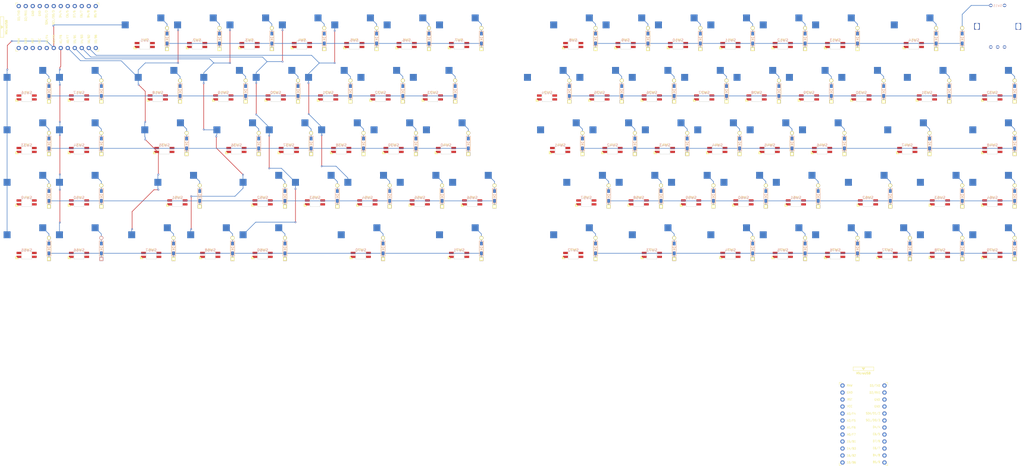
<source format=kicad_pcb>
(kicad_pcb (version 20240108) (generator "pcbnew") (generator_version "8.0")
  (layers (0 "F.Cu" signal) (31 "B.Cu" signal) (34 "B.Paste" user) (35 "F.Paste" user) (36 "B.SilkS" user "B.Silkscreen") (37 "F.SilkS" user "F.Silkscreen") (38 "B.Mask" user) (39 "F.Mask" user) (44 "Edge.Cuts" user))
  (net 0 "")
  (net 1 "Net-(D1-A)")
  (net 2 "row0")
  (net 3 "Net-(D2-A)")
  (net 4 "Net-(D3-A)")
  (net 5 "Net-(D4-A)")
  (net 6 "Net-(D5-A)")
  (net 7 "Net-(D6-A)")
  (net 8 "Net-(D7-A)")
  (net 9 "row5")
  (net 10 "Net-(D8-A)")
  (net 11 "Net-(D9-A)")
  (net 12 "Net-(D10-A)")
  (net 13 "Net-(D11-A)")
  (net 14 "Net-(D12-A)")
  (net 15 "Net-(D13-A)")
  (net 16 "Net-(D14-A)")
  (net 17 "Net-(D15-A)")
  (net 18 "Net-(D16-A)")
  (net 19 "row1")
  (net 20 "Net-(D17-A)")
  (net 21 "Net-(D18-A)")
  (net 22 "Net-(D19-A)")
  (net 23 "Net-(D20-A)")
  (net 24 "Net-(D21-A)")
  (net 25 "Net-(D22-A)")
  (net 26 "row6")
  (net 27 "Net-(D23-A)")
  (net 28 "Net-(D24-A)")
  (net 29 "Net-(D25-A)")
  (net 30 "Net-(D26-A)")
  (net 31 "Net-(D27-A)")
  (net 32 "Net-(D28-A)")
  (net 33 "Net-(D29-A)")
  (net 34 "Net-(D30-A)")
  (net 35 "row2")
  (net 36 "Net-(D31-A)")
  (net 37 "Net-(D32-A)")
  (net 38 "Net-(D33-A)")
  (net 39 "Net-(D34-A)")
  (net 40 "Net-(D35-A)")
  (net 41 "Net-(D36-A)")
  (net 42 "Net-(D37-A)")
  (net 43 "row7")
  (net 44 "Net-(D38-A)")
  (net 45 "Net-(D39-A)")
  (net 46 "Net-(D40-A)")
  (net 47 "Net-(D41-A)")
  (net 48 "Net-(D42-A)")
  (net 49 "Net-(D43-A)")
  (net 50 "Net-(D44-A)")
  (net 51 "Net-(D45-A)")
  (net 52 "row3")
  (net 53 "Net-(D46-A)")
  (net 54 "Net-(D47-A)")
  (net 55 "Net-(D48-A)")
  (net 56 "Net-(D49-A)")
  (net 57 "Net-(D50-A)")
  (net 58 "row8")
  (net 59 "Net-(D51-A)")
  (net 60 "Net-(D52-A)")
  (net 61 "Net-(D53-A)")
  (net 62 "Net-(D54-A)")
  (net 63 "Net-(D55-A)")
  (net 64 "Net-(D56-A)")
  (net 65 "Net-(D57-A)")
  (net 66 "Net-(D58-A)")
  (net 67 "Net-(D59-A)")
  (net 68 "row4")
  (net 69 "Net-(D60-A)")
  (net 70 "Net-(D61-A)")
  (net 71 "Net-(D62-A)")
  (net 72 "Net-(D63-A)")
  (net 73 "Net-(D72-K)")
  (net 74 "Net-(D64-A)")
  (net 75 "Net-(D65-A)")
  (net 76 "Net-(D66-A)")
  (net 77 "Net-(D67-A)")
  (net 78 "Net-(D68-A)")
  (net 79 "Net-(D69-A)")
  (net 80 "Net-(D70-A)")
  (net 81 "Net-(D71-A)")
  (net 82 "Net-(D72-A)")
  (net 83 "Net-(D73-A)")
  (net 84 "Net-(D74-A)")
  (net 85 "Net-(D75-A)")
  (net 86 "Net-(D76-A)")
  (net 87 "Net-(D77-A)")
  (net 88 "Net-(D78-A)")
  (net 89 "Net-(D79-A)")
  (net 90 "col0")
  (net 91 "col2")
  (net 92 "col3")
  (net 93 "col4")
  (net 94 "col5")
  (net 95 "col6")
  (net 96 "col7")
  (net 97 "col_r_7")
  (net 98 "col_r_6")
  (net 99 "col_r_5")
  (net 100 "col_r_4")
  (net 101 "col_r_3")
  (net 102 "col_r_2")
  (net 103 "col_r_1")
  (net 104 "col_r_0")
  (net 105 "col_r_8")
  (net 106 "col1")
  (net 107 "OLED_SCL")
  (net 115 "OLED_SDA")
  (net 127 "row9")
  (net 132 "GND")
  (net 133 "Net-(LED1-DOUT)")
  (net 134 "VCC")
  (net 135 "Net-(LED2-DOUT)")
  (net 136 "Net-(LED3-DOUT)")
  (net 137 "Net-(LED4-DOUT)")
  (net 138 "Net-(LED5-DOUT)")
  (net 139 "Net-(LED6-DOUT)")
  (net 140 "Net-(LED7-DOUT)")
  (net 141 "Net-(LED8-DOUT)")
  (net 142 "Net-(LED10-DIN)")
  (net 143 "Net-(LED10-DOUT)")
  (net 144 "Net-(LED11-DOUT)")
  (net 145 "Net-(LED12-DOUT)")
  (net 146 "Net-(LED13-DOUT)")
  (net 147 "Net-(LED14-DOUT)")
  (net 148 "Net-(LED15-DOUT)")
  (net 149 "Net-(LED16-DOUT)")
  (net 150 "Net-(LED17-DOUT)")
  (net 151 "Net-(LED18-DOUT)")
  (net 152 "Net-(LED19-DOUT)")
  (net 153 "Net-(LED20-DOUT)")
  (net 154 "Net-(LED21-DOUT)")
  (net 155 "Net-(LED22-DOUT)")
  (net 156 "Net-(LED23-DOUT)")
  (net 157 "Net-(LED24-DOUT)")
  (net 158 "Net-(LED25-DOUT)")
  (net 159 "Net-(LED26-DOUT)")
  (net 160 "Net-(LED26-DIN)")
  (net 161 "Net-(LED28-DOUT)")
  (net 162 "Net-(LED29-DOUT)")
  (net 163 "Net-(LED30-DOUT)")
  (net 164 "Net-(LED31-DOUT)")
  (net 165 "Net-(LED32-DOUT)")
  (net 166 "Net-(LED33-DOUT)")
  (net 167 "Net-(LED34-DOUT)")
  (net 168 "Net-(LED35-DIN)")
  (net 169 "Net-(LED35-DOUT)")
  (net 170 "Net-(LED37-DOUT)")
  (net 172 "Net-(LED39-DOUT)")
  (net 174 "Net-(LED40-DOUT)")
  (net 175 "Net-(LED41-DOUT)")
  (net 176 "Net-(LED42-DOUT)")
  (net 177 "Net-(LED43-DOUT)")
  (net 178 "Net-(LED44-DOUT)")
  (net 179 "Net-(LED45-DOUT)")
  (net 180 "Net-(LED46-DOUT)")
  (net 181 "Net-(LED47-DOUT)")
  (net 182 "Net-(LED48-DOUT)")
  (net 183 "Net-(LED49-DOUT)")
  (net 184 "Net-(LED50-DOUT)")
  (net 185 "Net-(LED51-DOUT)")
  (net 186 "Net-(LED52-DOUT)")
  (net 187 "Net-(LED53-DOUT)")
  (net 188 "Net-(LED54-DOUT)")
  (net 189 "Net-(LED55-DOUT)")
  (net 190 "Net-(LED55-DIN)")
  (net 191 "Net-(LED57-DOUT)")
  (net 192 "Net-(LED58-DOUT)")
  (net 193 "Net-(LED59-DOUT)")
  (net 194 "Net-(LED60-DOUT)")
  (net 195 "Net-(LED61-DOUT)")
  (net 196 "Net-(LED62-DOUT)")
  (net 197 "Net-(LED63-DOUT)")
  (net 198 "Net-(LED64-DOUT)")
  (net 199 "Net-(LED65-DIN)")
  (net 200 "Net-(LED65-DOUT)")
  (net 201 "Net-(LED67-DOUT)")
  (net 202 "Net-(LED68-DOUT)")
  (net 203 "Net-(LED69-DOUT)")
  (net 204 "Net-(LED70-DOUT)")
  (net 205 "Net-(LED71-DOUT)")
  (net 206 "Net-(LED72-DOUT)")
  (net 207 "Net-(LED73-DOUT)")
  (net 208 "Net-(LED74-DOUT)")
  (net 209 "Net-(LED75-DOUT)")
  (net 210 "Net-(LED76-DOUT)")
  (net 211 "Net-(LED77-DOUT)")
  (footprint "kbd:D3_TH_SMD" (layer "F.Cu") (at 391.509249 95.12995 90)
    (property "Reference" "D32" (hide yes))
    (property "Value" "1N4148WT" (hide yes))
  )
  (footprint "MX_Only:MXOnly-1U-Hotswap" (layer "F.Cu") (at 326.413 73.66)
    (property "Reference" "SW13")
    (property "Value" "SW_PUSH")
  )
  (footprint "kbd:D3_TH_SMD" (layer "F.Cu") (at 86.461999 152.27995 90)
    (property "Reference" "D67" (hide yes))
    (property "Value" "1N4148WT" (hide yes))
  )
  (footprint "kbd:SK6812MINI-E" (layer "F.Cu") (at 236.163 135.573)
    (property "Reference" "LED77")
    (property "Value" "YS-SK6812MINI-E" (hide yes))
    (fp_line (start -1.8 -1.55) (end 1.8 -1.55) (stroke (width 0.1)) (layer "Edge.Cuts"))
    (fp_line (start -1.8 1.55) (end -1.8 -1.55) (stroke (width 0.1)) (layer "Edge.Cuts"))
    (fp_line (start 1.8 -1.55) (end 1.8 1.55) (stroke (width 0.1)) (layer "Edge.Cuts"))
    (fp_line (start 1.8 1.55) (end -1.8 1.55) (stroke (width 0.1)) (layer "Edge.Cuts"))
  )
  (footprint "kbd:SK6812MINI-E" (layer "F.Cu") (at 33.17875 135.573)
    (property "Reference" "LED3")
    (property "Value" "YS-SK6812MINI-E" (hide yes))
    (fp_line (start -1.8 -1.55) (end 1.8 -1.55) (stroke (width 0.1)) (layer "Edge.Cuts"))
    (fp_line (start -1.8 1.55) (end -1.8 -1.55) (stroke (width 0.1)) (layer "Edge.Cuts"))
    (fp_line (start 1.8 -1.55) (end 1.8 1.55) (stroke (width 0.1)) (layer "Edge.Cuts"))
    (fp_line (start 1.8 1.55) (end -1.8 1.55) (stroke (width 0.1)) (layer "Edge.Cuts"))
  )
  (footprint "kbd:D3_TH_SMD" (layer "F.Cu") (at 60.274999 133.22995 90)
    (property "Reference" "D50" (hide yes))
    (property "Value" "1N4148WT" (hide yes))
  )
  (footprint "kbd:D3_TH_SMD" (layer "F.Cu") (at 268.034249 152.27995 90)
    (property "Reference" "D73" (hide yes))
    (property "Value" "1N4148WT" (hide yes))
  )
  (footprint "kbd:D3_TH_SMD" (layer "F.Cu") (at 329.759249 114.17995 90)
    (property "Reference" "D46" (hide yes))
    (property "Value" "1N4148WT" (hide yes))
  )
  (footprint "MX_Only:MXOnly-1U-Hotswap" (layer "F.Cu") (at 171.01575 73.66)
    (property "Reference" "SW6")
    (property "Value" "SW_PUSH")
  )
  (footprint "kbd:SK6812MINI-E" (layer "F.Cu") (at 147.26575 116.523)
    (property "Reference" "LED27")
    (property "Value" "YS-SK6812MINI-E" (hide yes))
    (fp_line (start -1.8 -1.55) (end 1.8 -1.55) (stroke (width 0.1)) (layer "Edge.Cuts"))
    (fp_line (start -1.8 1.55) (end -1.8 -1.55) (stroke (width 0.1)) (layer "Edge.Cuts"))
    (fp_line (start 1.8 -1.55) (end 1.8 1.55) (stroke (width 0.1)) (layer "Edge.Cuts"))
    (fp_line (start 1.8 1.55) (end -1.8 1.55) (stroke (width 0.1)) (layer "Edge.Cuts"))
  )
  (footprint "kbd:D3_TH_SMD" (layer "F.Cu") (at 155.361999 114.17995 90)
    (property "Reference" "D38" (hide yes))
    (property "Value" "1N4148WT" (hide yes))
  )
  (footprint "kbd:D3_TH_SMD" (layer "F.Cu") (at 334.509249 152.27995 90)
    (property "Reference" "D76" (hide yes))
    (property "Value" "1N4148WT" (hide yes))
  )
  (footprint "kbd:D3_TH_SMD" (layer "F.Cu") (at 296.509249 152.27995 90)
    (property "Reference" "D74" (hide yes))
    (property "Value" "1N4148WT" (hide yes))
  )
  (footprint "kbd:D3_TH_SMD" (layer "F.Cu") (at 126.861999 133.22995 90)
    (property "Reference" "D52" (hide yes))
    (property "Value" "1N4148WT" (hide yes))
  )
  (footprint "kbd:SK6812MINI-E" (layer "F.Cu") (at 255.163 135.573)
    (property "Reference" "LED70")
    (property "Value" "YS-SK6812MINI-E" (hide yes))
    (fp_line (start -1.8 -1.55) (end 1.8 -1.55) (stroke (width 0.1)) (layer "Edge.Cuts"))
    (fp_line (start -1.8 1.55) (end -1.8 -1.55) (stroke (width 0.1)) (layer "Edge.Cuts"))
    (fp_line (start 1.8 -1.55) (end 1.8 1.55) (stroke (width 0.1)) (layer "Edge.Cuts"))
    (fp_line (start 1.8 1.55) (end -1.8 1.55) (stroke (width 0.1)) (layer "Edge.Cuts"))
  )
  (footprint "kbd:D3_TH_SMD" (layer "F.Cu") (at 174.361999 114.17995 90)
    (property "Reference" "D39" (hide yes))
    (property "Value" "1N4148WT" (hide yes))
  )
  (footprint "kbd:D3_TH_SMD" (layer "F.Cu") (at 372.491 76.073 90)
    (property "Reference" "D15" (hide yes))
    (property "Value" "1N4148WT" (hide yes))
  )
  (footprint "kbd:SK6812MINI-E" (layer "F.Cu") (at 52.17875 116.523)
    (property "Reference" "LED7")
    (property "Value" "YS-SK6812MINI-E" (hide yes))
    (fp_line (start -1.8 -1.55) (end 1.8 -1.55) (stroke (width 0.1)) (layer "Edge.Cuts"))
    (fp_line (start -1.8 1.55) (end -1.8 -1.55) (stroke (width 0.1)) (layer "Edge.Cuts"))
    (fp_line (start 1.8 -1.55) (end 1.8 1.55) (stroke (width 0.1)) (layer "Edge.Cuts"))
    (fp_line (start 1.8 1.55) (end -1.8 1.55) (stroke (width 0.1)) (layer "Edge.Cuts"))
  )
  (footprint "kbd:D3_TH_SMD" (layer "F.Cu") (at 291.759249 114.17995 90)
    (property "Reference" "D44" (hide yes))
    (property "Value" "1N4148WT" (hide yes))
  )
  (footprint "MX_Only:MXOnly-1U-Hotswap" (layer "F.Cu") (at 52.17875 130.81)
    (property "Reference" "SW50")
    (property "Value" "SW_PUSH")
  )
  (footprint "MX_Only:MXOnly-1U-Hotswap" (layer "F.Cu") (at 297.913 92.71)
    (property "Reference" "SW28")
    (property "Value" "SW_PUSH")
  )
  (footprint "MX_Only:MXOnly-1U-Hotswap" (layer "F.Cu") (at 307.413 149.86)
    (property "Reference" "SW75")
    (property "Value" "SW_PUSH")
  )
  (footprint "kbd:D3_TH_SMD" (layer "F.Cu") (at 141.111999 76.07995 90)
    (property "Reference" "D4" (hide yes))
    (property "Value" "1N4148WT" (hide yes))
  )
  (footprint "MX_Only:MXOnly-1U-Hotswap" (layer "F.Cu") (at 95.01575 73.66)
    (property "Reference" "SW2")
    (property "Value" "SW_PUSH")
  )
  (footprint "MX_Only:MXOnly-1U-Hotswap" (layer "F.Cu") (at 161.51575 92.71)
    (property "Reference" "SW22")
    (property "Value" "SW_PUSH")
  )
  (footprint "kbd:D3_TH_SMD" (layer "F.Cu") (at 272.759249 114.17995 90)
    (property "Reference" "D43" (hide yes))
    (property "Value" "1N4148WT" (hide yes))
  )
  (footprint "MX_Only:MXOnly-1U-Hotswap" (layer "F.Cu") (at 137.76575 130.81)
    (property "Reference" "SW53")
    (property "Value" "SW_PUSH")
  )
  (footprint "MX_Only:MXOnly-1U-Hotswap" (layer "F.Cu") (at 52.17875 149.86)
    (property "Reference" "SW66")
    (property "Value" "SW_PUSH")
  )
  (footprint "kbd:SK6812MINI-E" (layer "F.Cu") (at 175.76575 135.573)
    (property "Reference" "LED32")
    (property "Value" "YS-SK6812MINI-E" (hide yes))
    (fp_line (start -1.8 -1.55) (end 1.8 -1.55) (stroke (width 0.1)) (layer "Edge.Cuts"))
    (fp_line (start -1.8 1.55) (end -1.8 -1.55) (stroke (width 0.1)) (layer "Edge.Cuts"))
    (fp_line (start 1.8 -1.55) (end 1.8 1.55) (stroke (width 0.1)) (layer "Edge.Cuts"))
    (fp_line (start 1.8 1.55) (end -1.8 1.55) (stroke (width 0.1)) (layer "Edge.Cuts"))
  )
  (footprint "kbd:D3_TH_SMD" (layer "F.Cu") (at 234.759249 114.17995 90)
    (property "Reference" "D41" (hide yes))
    (property "Value" "1N4148WT" (hide yes))
  )
  (footprint "kbd:D3_TH_SMD" (layer "F.Cu") (at 84.111999 76.07995 90)
    (property "Reference" "D1" (hide yes))
    (property "Value" "1N4148WT" (hide yes))
  )
  (footprint "MX_Only:MXOnly-1.5U-Hotswap" (layer "F.Cu") (at 80.74075 92.71)
    (property "Reference" "SW18")
    (property "Value" "SW_PUSH")
  )
  (footprint "kbd:SK6812MINI-E" (layer "F.Cu") (at 190.01575 78.423)
    (property "Reference" "LED38")
    (property "Value" "YS-SK6812MINI-E" (hide yes))
    (fp_line (start -1.8 -1.55) (end 1.8 -1.55) (stroke (width 0.1)) (layer "Edge.Cuts"))
    (fp_line (start -1.8 1.55) (end -1.8 -1.55) (stroke (width 0.1)) (layer "Edge.Cuts"))
    (fp_line (start 1.8 -1.55) (end 1.8 1.55) (stroke (width 0.1)) (layer "Edge.Cuts"))
    (fp_line (start 1.8 1.55) (end -1.8 1.55) (stroke (width 0.1)) (layer "Edge.Cuts"))
  )
  (footprint "MX_Only:MXOnly-1U-Hotswap" (layer "F.Cu") (at 231.413 73.66)
    (property "Reference" "SW8")
    (property "Value" "SW_PUSH")
  )
  (footprint "MX_Only:MXOnly-1U-Hotswap" (layer "F.Cu") (at 259.913 92.71)
    (property "Reference" "SW26")
    (property "Value" "SW_PUSH")
  )
  (footprint "kbd:D3_TH_SMD" (layer "F.Cu") (at 296.509249 76.07995 90)
    (property "Reference" "D11" (hide yes))
    (property "Value" "1N4148WT" (hide yes))
  )
  (footprint "kbd:SK6812MINI-E" (layer "F.Cu") (at 78.36575 154.623)
    (property "Reference" "LED13")
    (property "Value" "YS-SK6812MINI-E" (hide yes))
    (fp_line (start -1.8 -1.55) (end 1.8 -1.55) (stroke (width 0.1)) (layer "Edge.Cuts"))
    (fp_line (start -1.8 1.55) (end -1.8 -1.55) (stroke (width 0.1)) (layer "Edge.Cuts"))
    (fp_line (start 1.8 -1.55) (end 1.8 1.55) (stroke (width 0.1)) (layer "Edge.Cuts"))
    (fp_line (start 1.8 1.55) (end -1.8 1.55) (stroke (width 0.1)) (layer "Edge.Cuts"))
  )
  (footprint "kbd:SK6812MINI-E" (layer "F.Cu") (at 161.51575 97.473)
    (property "Reference" "LED30")
    (property "Value" "YS-SK6812MINI-E" (hide yes))
    (fp_line (start -1.8 -1.55) (end 1.8 -1.55) (stroke (width 0.1)) (layer "Edge.Cuts"))
    (fp_line (start -1.8 1.55) (end -1.8 -1.55) (stroke (width 0.1)) (layer "Edge.Cuts"))
    (fp_line (start 1.8 -1.55) (end 1.8 1.55) (stroke (width 0.1)) (layer "Edge.Cuts"))
    (fp_line (start 1.8 1.55) (end -1.8 1.55) (stroke (width 0.1)) (layer "Edge.Cuts"))
  )
  (footprint "MX_Only:MXOnly-1U-Hotswap" (layer "F.Cu") (at 316.913 92.71)
    (property "Reference" "SW29")
    (property "Value" "SW_PUSH")
  )
  (footprint "kbd:D3_TH_SMD" (layer "F.Cu") (at 95.961999 133.22995 90)
    (property "Reference" "D51" (hide yes))
    (property "Value" "1N4148WT" (hide yes))
  )
  (footprint "MX_Only:MXOnly-1U-Hotswap" (layer "F.Cu") (at 226.663 111.76)
    (property "Reference" "SW41")
    (property "Value" "SW_PUSH")
  )
  (footprint "MX_Only:MXOnly-1U-Hotswap" (layer "F.Cu") (at 78.36575 149.86)
    (property "Reference" "SW67")
    (property "Value" "SW_PUSH")
  )
  (footprint "MX_Only:MXOnly-1U-Hotswap" (layer "F.Cu") (at 345.413 149.86)
    (property "Reference" "SW77")
    (property "Value" "SW_PUSH")
  )
  (footprint "MX_Only:MXOnly-2U-Hotswap-ReversedStabilizers" (layer "F.Cu") (at 259.938 149.86)
    (property "Reference" "SW73")
    (property "Value" "SW_PUSH")
  )
  (footprint "kbd:SK6812MINI-E" (layer "F.Cu") (at 133.01575 78.423)
    (property "Reference" "LED28")
    (property "Value" "YS-SK6812MINI-E" (hide yes))
    (fp_line (start -1.8 -1.55) (end 1.8 -1.55) (stroke (width 0.1)) (layer "Edge.Cuts"))
    (fp_line (start -1.8 1.55) (end -1.8 -1.55) (stroke (width 0.1)) (layer "Edge.Cuts"))
    (fp_line (start 1.8 -1.55) (end 1.8 1.55) (stroke (width 0.1)) (layer "Edge.Cuts"))
    (fp_line (start 1.8 1.55) (end -1.8 1.55) (stroke (width 0.1)) (layer "Edge.Cuts"))
  )
  (footprint "kbd:SK6812MINI-E" (layer "F.Cu") (at 259.938 154.623)
    (property "Reference" "LED71")
    (property "Value" "YS-SK6812MINI-E" (hide yes))
    (fp_line (start -1.8 -1.55) (end 1.8 -1.55) (stroke (width 0.1)) (layer "Edge.Cuts"))
    (fp_line (start -1.8 1.55) (end -1.8 -1.55) (stroke (width 0.1)) (layer "Edge.Cuts"))
    (fp_line (start 1.8 -1.55) (end 1.8 1.55) (stroke (width 0.1)) (layer "Edge.Cuts"))
    (fp_line (start 1.8 1.55) (end -1.8 1.55) (stroke (width 0.1)) (layer "Edge.Cuts"))
  )
  (footprint "MX_Only:MXOnly-1U-Hotswap" (layer "F.Cu") (at 264.663 111.76)
    (property "Reference" "SW43")
    (property "Value" "SW_PUSH")
  )
  (footprint "kbd:D3_TH_SMD" (layer "F.Cu") (at 282.259249 133.22995 90)
    (property "Reference" "D59" (hide yes))
    (property "Value" "1N4148WT" (hide yes))
  )
  (footprint "kbd:D3_TH_SMD" (layer "F.Cu") (at 258.509249 76.07995 90)
    (property "Reference" "D9" (hide yes))
    (property "Value" "1N4148WT" (hide yes))
  )
  (footprint "kbd:D3_TH_SMD" (layer "F.Cu") (at 122.111999 76.07995 90)
    (property "Reference" "D3" (hide yes))
    (property "Value" "1N4148WT" (hide yes))
  )
  (footprint "MX_Only:MXOnly-2.75U-Hotswap-ReversedStabilizers" (layer "F.Cu") (at 154.36575 149.86)
    (property "Reference" "SW70")
    (property "Value" "SW_PUSH")
  )
  (footprint "MX_Only:MXOnly-1U-Hotswap" (layer "F.Cu") (at 99.76575 149.86)
    (property "Reference" "SW68")
    (property "Value" "SW_PUSH")
  )
  (footprint "kbd:D3_TH_SMD" (layer "F.Cu") (at 253.759249 114.17995 90)
    (property "Reference" "D42" (hide yes))
    (property "Value" "1N4148WT" (hide yes))
  )
  (footprint "MX_Only:MXOnly-1U-Hotswap" (layer "F.Cu") (at 180.51575 92.71)
    (property "Reference" "SW23")
    (property "Value" "SW_PUSH")
  )
  (footprint "kbd:SK6812MINI-E" (layer "F.Cu") (at 180.51575 97.473)
    (property "Reference" "LED35")
    (property "Value" "YS-SK6812MINI-E" (hide yes))
    (fp_line (start -1.8 -1.55) (end 1.8 -1.55) (stroke (width 0.1)) (layer "Edge.Cuts"))
    (fp_line (start -1.8 1.55) (end -1.8 -1.55) (stroke (width 0.1)) (layer "Edge.Cuts"))
    (fp_line (start 1.8 -1.55) (end 1.8 1.55) (stroke (width 0.1)) (layer "Edge.Cuts"))
    (fp_line (start 1.8 1.55) (end -1.8 1.55) (stroke (width 0.1)) (layer "Edge.Cuts"))
  )
  (footprint "MX_Only:MXOnly-1U-Hotswap" (layer "F.Cu") (at 326.413 149.86)
    (property "Reference" "SW76")
    (property "Value" "SW_PUSH")
  )
  (footprint "kbd:D3_TH_SMD" (layer "F.Cu") (at 391.509249 133.22995 90)
    (property "Reference" "D64" (hide yes))
    (property "Value" "1N4148WT" (hide yes))
  )
  (footprint "kbd:D3_TH_SMD" (layer "F.Cu") (at 188.611999 95.12995 90)
    (property "Reference" "D23" (hide yes))
    (property "Value" "1N4148WT" (hide yes))
  )
  (footprint "MX_Only:MXOnly-1U-Hotswap" (layer "F.Cu") (at 221.913 92.71)
    (property "Reference" "SW24")
    (property "Value" "SW_PUSH")
  )
  (footprint "kbd:D3_TH_SMD" (layer "F.Cu") (at 41.274999 114.17995 90)
    (property "Reference" "D33" (hide yes))
    (property "Value" "1N4148WT" (hide yes))
  )
  (footprint "kbd:SK6812MINI-E" (layer "F.Cu") (at 152.01575 78.423)
    (property "Reference" "LED29")
    (property "Value" "YS-SK6812MINI-E" (hide yes))
    (fp_line (start -1.8 -1.55) (end 1.8 -1.55) (stroke (width 0.1)) (layer "Edge.Cuts"))
    (fp_line (start -1.8 1.55) (end -1.8 -1.55) (stroke (width 0.1)) (layer "Edge.Cuts"))
    (fp_line (start 1.8 -1.55) (end 1.8 1.55) (stroke (width 0.1)) (layer "Edge.Cuts"))
    (fp_line (start 1.8 1.55) (end -1.8 1.55) (stroke (width 0.1)) (layer "Edge.Cuts"))
  )
  (footprint "kbd:SK6812MINI-E" (layer "F.Cu") (at 288.413 78.423)
    (property "Reference" "LED58")
    (property "Value" "YS-SK6812MINI-E" (hide yes))
    (fp_line (start -1.8 -1.55) (end 1.8 -1.55) (stroke (width 0.1)) (layer "Edge.Cuts"))
    (fp_line (start -1.8 1.55) (end -1.8 -1.55) (stroke (width 0.1)) (layer "Edge.Cuts"))
    (fp_line (start 1.8 -1.55) (end 1.8 1.55) (stroke (width 0.1)) (layer "Edge.Cuts"))
    (fp_line (start 1.8 1.55) (end -1.8 1.55) (stroke (width 0.1)) (layer "Edge.Cuts"))
  )
  (footprint "kbd:SK6812MINI-E" (layer "F.Cu") (at 83.11575 116.523)
    (property "Reference" "LED11")
    (property "Value" "YS-SK6812MINI-E" (hide yes))
    (fp_line (start -1.8 -1.55) (end 1.8 -1.55) (stroke (width 0.1)) (layer "Edge.Cuts"))
    (fp_line (start -1.8 1.55) (end -1.8 -1.55) (stroke (width 0.1)) (layer "Edge.Cuts"))
    (fp_line (start 1.8 -1.55) (end 1.8 1.55) (stroke (width 0.1)) (layer "Edge.Cuts"))
    (fp_line (start 1.8 1.55) (end -1.8 1.55) (stroke (width 0.1)) (layer "Edge.Cuts"))
  )
  (footprint "kbd:SK6812MINI-E" (layer "F.Cu") (at 326.413 154.623)
    (property "Reference" "LED52")
    (property "Value" "YS-SK6812MINI-E" (hide yes))
    (fp_line (start -1.8 -1.55) (end 1.8 -1.55) (stroke (width 0.1)) (layer "Edge.Cuts"))
    (fp_line (start -1.8 1.55) (end -1.8 -1.55) (stroke (width 0.1)) (layer "Edge.Cuts"))
    (fp_line (start 1.8 -1.55) (end 1.8 1.55) (stroke (width 0.1)) (layer "Edge.Cuts"))
    (fp_line (start 1.8 1.55) (end -1.8 1.55) (stroke (width 0.1)) (layer "Edge.Cuts"))
  )
  (footprint "MX_Only:MXOnly-1U-Hotswap" (layer "F.Cu") (at 269.413 73.66)
    (property "Reference" "SW10")
    (property "Value" "SW_PUSH")
  )
  (footprint "MX_Only:MXOnly-1U-Hotswap" (layer "F.Cu") (at 383.413 149.86)
    (property "Reference" "SW79")
    (property "Value" "SW_PUSH")
  )
  (footprint "kbd:SK6812MINI-E" (layer "F.Cu") (at 302.663 116.523)
    (property "Reference" "LED60")
    (property "Value" "YS-SK6812MINI-E" (hide yes))
    (fp_line (start -1.8 -1.55) (end 1.8 -1.55) (stroke (width 0.1)) (layer "Edge.Cuts"))
    (fp_line (start -1.8 1.55) (end -1.8 -1.55) (stroke (width 0.1)) (layer "Edge.Cuts"))
    (fp_line (start 1.8 -1.55) (end 1.8 1.55) (stroke (width 0.1)) (layer "Edge.Cuts"))
    (fp_line (start 1.8 1.55) (end -1.8 1.55) (stroke (width 0.1)) (layer "Edge.Cuts"))
  )
  (footprint "MX_Only:MXOnly-1U-Hotswap" (layer "F.Cu") (at 364.413 149.86)
    (property "Reference" "SW78")
    (property "Value" "SW_PUSH")
  )
  (footprint "kbd:D3_TH_SMD" (layer "F.Cu") (at 239.509249 76.07995 90)
    (property "Reference" "D8" (hide yes))
    (property "Value" "1N4148WT" (hide yes))
  )
  (footprint "kbd:D3_TH_SMD" (layer "F.Cu") (at 310.759249 114.17995 90)
    (property "Reference" "D45" (hide yes))
    (property "Value" "1N4148WT" (hide yes))
  )
  (footprint "kbd:SK6812MINI-E" (layer "F.Cu") (at 226.663 116.523)
    (property "Reference" "LED76")
    (property "Value" "YS-SK6812MINI-E" (hide yes))
    (fp_line (start -1.8 -1.55) (end 1.8 -1.55) (stroke (width 0.1)) (layer "Edge.Cuts"))
    (fp_line (start -1.8 1.55) (end -1.8 -1.55) (stroke (width 0.1)) (layer "Edge.Cuts"))
    (fp_line (start 1.8 -1.55) (end 1.8 1.55) (stroke (width 0.1)) (layer "Edge.Cuts"))
    (fp_line (start 1.8 1.55) (end -1.8 1.55) (stroke (width 0.1)) (layer "Edge.Cuts"))
  )
  (footprint "kbd:SK6812MINI-E" (layer "F.Cu") (at 359.688 97.473)
    (property "Reference" "LED46")
    (property "Value" "YS-SK6812MINI-E" (hide yes))
    (fp_line (start -1.8 -1.55) (end 1.8 -1.55) (stroke (width 0.1)) (layer "Edge.Cuts"))
    (fp_line (start -1.8 1.55) (end -1.8 -1.55) (stroke (width 0.1)) (layer "Edge.Cuts"))
    (fp_line (start 1.8 -1.55) (end 1.8 1.55) (stroke (width 0.1)) (layer "Edge.Cuts"))
    (fp_line (start 1.8 1.55) (end -1.8 1.55) (stroke (width 0.1)) (layer "Edge.Cuts"))
  )
  (footprint "kbd:D3_TH_SMD" (layer "F.Cu") (at 41.274999 152.27995 90)
    (property "Reference" "D65" (hide yes))
    (property "Value" "1N4148WT" (hide yes))
  )
  (footprint "kbd:SK6812MINI-E" (layer "F.Cu") (at 171.01575 78.423)
    (property "Reference" "LED37")
    (property "Value" "YS-SK6812MINI-E" (hide yes))
    (fp_line (start -1.8 -1.55) (end 1.8 -1.55) (stroke (width 0.1)) (layer "Edge.Cuts"))
    (fp_line (start -1.8 1.55) (end -1.8 -1.55) (stroke (width 0.1)) (layer "Edge.Cuts"))
    (fp_line (start 1.8 -1.55) (end 1.8 1.55) (stroke (width 0.1)) (layer "Edge.Cuts"))
    (fp_line (start 1.8 1.55) (end -1.8 1.55) (stroke (width 0.1)) (layer "Edge.Cuts"))
  )
  (footprint "kbd:D3_TH_SMD" (layer "F.Cu") (at 162.461999 152.27995 90)
    (property "Reference" "D70" (hide yes))
    (property "Value" "1N4148WT" (hide yes))
  )
  (footprint "MX_Only:MXOnly-1U-Hotswap" (layer "F.Cu") (at 33.17875 92.71)
    (property "Reference" "SW16")
    (property "Value" "SW_PUSH")
  )
  (footprint "kbd:D3_TH_SMD" (layer "F.Cu") (at 230.009249 95.12995 90)
    (property "Reference" "D24" (hide yes))
    (property "Value" "1N4148WT" (hide yes))
  )
  (footprint "MX_Only:MXOnly-1U-Hotswap" (layer "F.Cu") (at 33.17875 149.86)
    (property "Reference" "SW65")
    (property "Value" "SW_PUSH")
  )
  (footprint "MX_Only:MXOnly-1U-Hotswap" (layer "F.Cu") (at 255.163 130.81)
    (property "Reference" "SW58")
    (property "Value" "SW_PUSH")
  )
  (footprint "kbd:D3_TH_SMD" (layer "F.Cu") (at 268.009249 95.12995 90)
    (property "Reference" "D26" (hide yes))
    (property "Value" "1N4148WT" (hide yes))
  )
  (footprint "kbd:SK6812MINI-E" (layer "F.Cu") (at 259.913 97.473)
    (property "Reference" "LED68")
    (property "Value" "YS-SK6812MINI-E" (hide yes))
    (fp_line (start -1.8 -1.55) (end 1.8 -1.55) (stroke (width 0.1)) (layer "Edge.Cuts"))
    (fp_line (start -1.8 1.55) (end -1.8 -1.55) (stroke (width 0.1)) (layer "Edge.Cuts"))
    (fp_line (start 1.8 -1.55) (end 1.8 1.55) (stroke (width 0.1)) (layer "Edge.Cuts"))
    (fp_line (start 1.8 1.55) (end -1.8 1.55) (stroke (width 0.1)) (layer "Edge.Cuts"))
  )
  (footprint "kbd:SK6812MINI-E" (layer "F.Cu") (at 352.563 116.523)
    (property "Reference" "LED45")
    (property "Value" "YS-SK6812MINI-E" (hide yes))
    (fp_line (start -1.8 -1.55) (end 1.8 -1.55) (stroke (width 0.1)) (layer "Edge.Cuts"))
    (fp_line (start -1.8 1.55) (end -1.8 -1.55) (stroke (width 0.1)) (layer "Edge.Cuts"))
    (fp_line (start 1.8 -1.55) (end 1.8 1.55) (stroke (width 0.1)) (layer "Edge.Cuts"))
    (fp_line (start 1.8 1.55) (end -1.8 1.55) (stroke (width 0.1)) (layer "Edge.Cuts"))
  )
  (footprint "kbd:SK6812MINI-E" (layer "F.Cu") (at 338.313 135.573)
    (property "Reference" "LED50")
    (property "Value" "YS-SK6812MINI-E" (hide yes))
    (fp_line (start -1.8 -1.55) (end 1.8 -1.55) (stroke (width 0.1)) (layer "Edge.Cuts"))
    (fp_line (start -1.8 1.55) (end -1.8 -1.55) (stroke (width 0.1)) (layer "Edge.Cuts"))
    (fp_line (start 1.8 -1.55) (end 1.8 1.55) (stroke (width 0.1)) (layer "Edge.Cuts"))
    (fp_line (start 1.8 1.55) (end -1.8 1.55) (stroke (width 0.1)) (layer "Edge.Cuts"))
  )
  (footprint "kbd:SK6812MINI-E" (layer "F.Cu") (at 99.76575 154.623)
    (property "Reference" "LED14")
    (property "Value" "YS-SK6812MINI-E" (hide yes))
    (fp_line (start -1.8 -1.55) (end 1.8 -1.55) (stroke (width 0.1)) (layer "Edge.Cuts"))
    (fp_line (start -1.8 1.55) (end -1.8 -1.55) (stroke (width 0.1)) (layer "Edge.Cuts"))
    (fp_line (start 1.8 -1.55) (end 1.8 1.55) (stroke (width 0.1)) (layer "Edge.Cuts"))
    (fp_line (start 1.8 1.55) (end -1.8 1.55) (stroke (width 0.1)) (layer "Edge.Cuts"))
  )
  (footprint "kbd:SK6812MINI-E" (layer "F.Cu") (at 33.17875 97.473)
    (property "Reference" "LED1")
    (property "Value" "YS-SK6812MINI-E" (hide yes))
    (fp_line (start -1.8 -1.55) (end 1.8 -1.55) (stroke (width 0.1)) (layer "Edge.Cuts"))
    (fp_line (start -1.8 1.55) (end -1.8 -1.55) (stroke (width 0.1)) (layer "Edge.Cuts"))
    (fp_line (start 1.8 -1.55) (end 1.8 1.55) (stroke (width 0.1)) (layer "Edge.Cuts"))
    (fp_line (start 1.8 1.55) (end -1.8 1.55) (stroke (width 0.1)) (layer "Edge.Cuts"))
  )
  (footprint "kbd:D3_TH_SMD" (layer "F.Cu") (at 179.111999 76.07995 90)
    (property "Reference" "D6" (hide yes))
    (property "Value" "1N4148WT" (hide yes))
  )
  (footprint "kbd:D3_TH_SMD" (layer "F.Cu") (at 363.034249 76.07995 90)
    (property "Reference" "D14" (hide yes))
    (property "Value" "1N4148WT" (hide yes))
  )
  (footprint "MX_Only:MXOnly-1U-Hotswap" (layer "F.Cu") (at 236.163 130.81)
    (property "Reference" "SW57")
    (property "Value" "SW_PUSH")
  )
  (footprint "kbd:SK6812MINI-E" (layer "F.Cu") (at 288.413 154.623)
    (property "Reference" "LED62")
    (property "Value" "YS-SK6812MINI-E" (hide yes))
    (fp_line (start -1.8 -1.55) (end 1.8 -1.55) (stroke (width 0.1)) (layer "Edge.Cuts"))
    (fp_line (start -1.8 1.55) (end -1.8 -1.55) (stroke (width 0.1)) (layer "Edge.Cuts"))
    (fp_line (start 1.8 -1.55) (end 1.8 1.55) (stroke (width 0.1)) (layer "Edge.Cuts"))
    (fp_line (start 1.8 1.55) (end -1.8 1.55) (stroke (width 0.1)) (layer "Edge.Cuts"))
  )
  (footprint "kbd:SK6812MINI-E" (layer "F.Cu") (at 264.663 116.523)
    (property "Reference" "LED69")
    (property "Value" "YS-SK6812MINI-E" (hide yes))
    (fp_line (start -1.8 -1.55) (end 1.8 -1.55) (stroke (width 0.1)) (layer "Edge.Cuts"))
    (fp_line (start -1.8 1.55) (end -1.8 -1.55) (stroke (width 0.1)) (layer "Edge.Cuts"))
    (fp_line (start 1.8 -1.55) (end 1.8 1.55) (stroke (width 0.1)) (layer "Edge.Cuts"))
    (fp_line (start 1.8 1.55) (end -1.8 1.55) (stroke (width 0.1)) (layer "Edge.Cuts"))
  )
  (footprint "kbd:SK6812MINI-E" (layer "F.Cu") (at 283.663 116.523)
    (property "Reference" "LED64")
    (property "Value" "YS-SK6812MINI-E" (hide yes))
    (fp_line (start -1.8 -1.55) (end 1.8 -1.55) (stroke (width 0.1)) (layer "Edge.Cuts"))
    (fp_line (start -1.8 1.55) (end -1.8 -1.55) (stroke (width 0.1)) (layer "Edge.Cuts"))
    (fp_line (start 1.8 -1.55) (end 1.8 1.55) (stroke (width 0.1)) (layer "Edge.Cuts"))
    (fp_line (start 1.8 1.55) (end -1.8 1.55) (stroke (width 0.1)) (layer "Edge.Cuts"))
  )
  (footprint "kbd:D3_TH_SMD" (layer "F.Cu") (at 315.509249 76.07995 90)
    (property "Reference" "D12" (hide yes))
    (property "Value" "1N4148WT" (hide yes))
  )
  (footprint "MX_Only:MXOnly-1U-Hotswap" (layer "F.Cu") (at 274.163 130.81)
    (property "Reference" "SW59")
    (property "Value" "SW_PUSH")
  )
  (footprint "MX_Only:MXOnly-1U-Hotswap" (layer "F.Cu") (at 383.413 130.81)
    (property "Reference" "SW64")
    (property "Value" "SW_PUSH")
  )
  (footprint "MX_Only:MXOnly-2U-Hotswap" (layer "F.Cu") (at 354.938 73.66)
    (property "Reference" "SW14")
    (property "Value" "SW_PUSH")
  )
  (footprint "kbd:SK6812MINI-E" (layer "F.Cu") (at 104.51575 97.473)
    (property "Reference" "LED18")
    (property "Value" "YS-SK6812MINI-E" (hide yes))
    (fp_line (start -1.8 -1.55) (end 1.8 -1.55) (stroke (width 0.1)) (layer "Edge.Cuts"))
    (fp_line (start -1.8 1.55) (end -1.8 -1.55) (stroke (width 0.1)) (layer "Edge.Cuts"))
    (fp_line (start 1.8 -1.55) (end 1.8 1.55) (stroke (width 0.1)) (layer "Edge.Cuts"))
    (fp_line (start 1.8 1.55) (end -1.8 1.55) (stroke (width 0.1)) (layer "Edge.Cuts"))
  )
  (footprint "MX_Only:MXOnly-1U-Hotswap" (layer "F.Cu") (at 364.413 130.81)
    (property "Reference" "SW63")
    (property "Value" "SW_PUSH")
  )
  (footprint "kbd:D3_TH_SMD" (layer "F.Cu") (at 117.361999 114.17995 90)
    (property "Reference" "D36" (hide yes))
    (property "Value" "1N4148WT" (hide yes))
  )
  (footprint "kbd:D3_TH_SMD" (layer "F.Cu") (at 325.009249 95.12995 90)
    (property "Reference" "D29" (hide yes))
    (property "Value" "1N4148WT" (hide yes))
  )
  (footprint "MX_Only:MXOnly-1U-Hotswap" (layer "F.Cu") (at 147.26575 111.76)
    (property "Reference" "SW38")
    (property "Value" "SW_PUSH")
  )
  (footprint "MX_Only:MXOnly-1U-Hotswap" (layer "F.Cu") (at 118.76575 149.86)
    (property "Reference" "SW69")
    (property "Value" "SW_PUSH")
  )
  (footprint "kbd:D3_TH_SMD" (layer "F.Cu") (at 126.861999 152.27995 90)
    (property "Reference" "D69" (hide yes))
    (property "Value" "1N4148WT" (hide yes))
  )
  (footprint "MX_Only:MXOnly-1U-Hotswap" (layer "F.Cu") (at 293.163 130.81)
    (property "Reference" "SW60")
    (property "Value" "SW_PUSH")
  )
  (footprint "kbd:SK6812MINI-E" (layer "F.Cu") (at 231.413 78.423)
    (property "Reference" "LED74")
    (property "Value" "YS-SK6812MINI-E" (hide yes))
    (fp_line (start -1.8 -1.55) (end 1.8 -1.55) (stroke (width 0.1)) (layer "Edge.Cuts"))
    (fp_line (start -1.8 1.55) (end -1.8 -1.55) (stroke (width 0.1)) (layer "Edge.Cuts"))
    (fp_line (start 1.8 -1.55) (end 1.8 1.55) (stroke (width 0.1)) (layer "Edge.Cuts"))
    (fp_line (start 1.8 1.55) (end -1.8 1.55) (stroke (width 0.1)) (layer "Edge.Cuts"))
  )
  (footprint "MX_Only:MXOnly-1U-Hotswap" (layer "F.Cu") (at 250.413 73.66)
    (property "Reference" "SW9")
    (property "Value" "SW_PUSH")
  )
  (footprint "MX_Only:MXOnly-2.25U-Hotswap" (layer "F.Cu") (at 87.86575 130.81)
    (property "Reference" "SW51")
    (property "Value" "SW_PUSH")
  )
  (footprint "kbd:D3_TH_SMD" (layer "F.Cu") (at 131.611999 95.12995 90)
    (property "Reference" "D20" (hide yes))
    (property "Value" "1N4148WT" (hide yes))
  )
  (footprint "kbd:SK6812MINI-E" (layer "F.Cu") (at 154.36575 154.623)
    (property "Reference" "LED24")
    (property "Value" "YS-SK6812MINI-E" (hide yes))
    (fp_line (start -1.8 -1.55) (end 1.8 -1.55) (stroke (width 0.1)) (layer "Edge.Cuts"))
    (fp_line (start -1.8 1.55) (end -1.8 -1.55) (stroke (width 0.1)) (layer "Edge.Cuts"))
    (fp_line (start 1.8 -1.55) (end 1.8 1.55) (stroke (width 0.1)) (layer "Edge.Cuts"))
    (fp_line (start 1.8 1.55) (end -1.8 1.55) (stroke (width 0.1)) (layer "Edge.Cuts"))
  )
  (footprint "MX_Only:MXOnly-1U-Hotswap" (layer "F.Cu") (at 307.413 73.66)
    (property "Reference" "SW12")
    (property "Value" "SW_PUSH")
  )
  (footprint "kbd:SK6812MINI-E" (layer "F.Cu") (at 274.163 135.573)
    (property "Reference" "LED63")
    (property "Value" "YS-SK6812MINI-E" (hide yes))
    (fp_line (start -1.8 -1.55) (end 1.8 -1.55) (stroke (width 0.1)) (layer "Edge.Cuts"))
    (fp_line (start -1.8 1.55) (end -1.8 -1.55) (stroke (width 0.1)) (layer "Edge.Cuts"))
    (fp_line (start 1.8 -1.55) (end 1.8 1.55) (stroke (width 0.1)) (layer "Edge.Cuts"))
    (fp_line (start 1.8 1.55) (end -1.8 1.55) (stroke (width 0.1)) (layer "Edge.Cuts"))
  )
  (footprint "kbd:SK6812MINI-E" (layer "F.Cu") (at 293.163 135.573)
    (property "Reference" "LED61")
    (property "Value" "YS-SK6812MINI-E" (hide yes))
    (fp_line (start -1.8 -1.55) (end 1.8 -1.55) (stroke (width 0.1)) (layer "Edge.Cuts"))
    (fp_line (start -1.8 1.55) (end -1.8 -1.55) (stroke (width 0.1)) (layer "Edge.Cuts"))
    (fp_line (start 1.8 -1.55) (end 1.8 1.55) (stroke (width 0.1)) (layer "Edge.Cuts"))
    (fp_line (start 1.8 1.55) (end -1.8 1.55) (stroke (width 0.1)) (layer "Edge.Cuts"))
  )
  (footprint "kbd:SK6812MINI-E" (layer "F.Cu") (at 33.17875 116.523)
    (property "Reference" "LED2")
    (property "Value" "YS-SK6812MINI-E" (hide yes))
    (fp_line (start -1.8 -1.55) (end 1.8 -1.55) (stroke (width 0.1)) (layer "Edge.Cuts"))
    (fp_line (start -1.8 1.55) (end -1.8 -1.55) (stroke (width 0.1)) (layer "Edge.Cuts"))
    (fp_line (start 1.8 -1.55) (end 1.8 1.55) (stroke (width 0.1)) (layer "Edge.Cuts"))
    (fp_line (start 1.8 1.55) (end -1.8 1.55) (stroke (width 0.1)) (layer "Edge.Cuts"))
  )
  (footprint "MX_Only:MXOnly-1U-Hotswap" (layer "F.Cu") (at 33.17875 130.81)
    (property "Reference" "SW49")
    (property "Value" "SW_PUSH")
  )
  (footprint "kbd:D3_TH_SMD" (layer "F.Cu") (at 360.659249 114.17995 90)
    (property "Reference" "D47" (hide yes))
    (property "Value" "1N4148WT" (hide yes))
  )
  (footprint "MX_Only:MXOnly-1U-Hotswap" (layer "F.Cu") (at 278.913 92.71)
    (property "Reference" "SW27")
    (property "Value" "SW_PUSH")
  )
  (footprint "kbd:SK6812MINI-E" (layer "F.Cu") (at 114.01575 78.423)
    (property "Reference" "LED20")
    (property "Value" "YS-SK6812MINI-E" (hide yes))
    (fp_line (start -1.8 -1.55) (end 1.8 -1.55) (stroke (width 0.1)) (layer "Edge.Cuts"))
    (fp_line (start -1.8 1.55) (end -1.8 -1.55) (stroke (width 0.1)) (layer "Edge.Cuts"))
    (fp_line (start 1.8 -1.55) (end 1.8 1.55) (stroke (width 0.1)) (layer "Edge.Cuts"))
    (fp_line (start 1.8 1.55) (end -1.8 1.55) (stroke (width 0.1)) (layer "Edge.Cuts"))
  )
  (footprint "MX_Only:MXOnly-1U-Hotswap" (layer "F.Cu") (at 194.76575 130.81)
    (property "Reference" "SW56")
    (property "Value" "SW_PUSH")
  )
  (footprint "kbd:D3_TH_SMD" (layer "F.Cu") (at 346.409249 133.22995 90)
    (property "Reference" "D62" (hide yes))
    (property "Value" "1N4148WT" (hide yes))
  )
  (footprint "MX_Only:MXOnly-1U-Hotswap" (layer "F.Cu") (at 190.01575 73.66)
    (property "Reference" "SW7")
    (property "Value" "SW_PUSH")
  )
  (footprint "kbd:D3_TH_SMD" (layer "F.Cu") (at 391.509249 114.17995 90)
    (property "Reference" "D48" (hide yes))
    (property "Value" "1N4148WT" (hide yes))
  )
  (footprint "MX_Only:MXOnly-1U-Hotswap" (layer "F.Cu") (at 166.26575 111.76)
    (property "Reference" "SW39")
    (property "Value" "SW_PUSH")
  )
  (footprint "MX_Only:MXOnly-1U-Hotswap" (layer "F.Cu") (at 133.01575 73.66)
    (property "Reference" "SW4")
    (property "Value" "SW_PUSH")
  )
  (footprint "kbd:SK6812MINI-E" (layer "F.Cu") (at 95.01575 78.423)
    (property "Reference" "LED19")
    (property "Value" "YS-SK6812MINI-E" (hide yes))
    (fp_line (start -1.8 -1.55) (end 1.8 -1.55) (stroke (width 0.1)) (layer "Edge.Cuts"))
    (fp_line (start -1.8 1.55) (end -1.8 -1.55) (stroke (width 0.1)) (layer "Edge.Cuts"))
    (fp_line (start 1.8 -1.55) (end 1.8 1.55) (stroke (width 0.1)) (layer "Edge.Cuts"))
    (fp_line (start 1.8 1.55) (end -1.8 1.55) (stroke (width 0.1)) (layer "Edge.Cuts"))
  )
  (footprint "kbd:SK6812MINI-E" (layer "F.Cu") (at 383.413 135.573)
    (property "Reference" "LED41")
    (property "Value" "YS-SK6812MINI-E" (hide yes))
    (fp_line (start -1.8 -1.55) (end 1.8 -1.55) (stroke (width 0.1)) (layer "Edge.Cuts"))
    (fp_line (start -1.8 1.55) (end -1.8 -1.55) (stroke (width 0.1)) (layer "Edge.Cuts"))
    (fp_line (start 1.8 -1.55) (end 1.8 1.55) (stroke (width 0.1)) (layer "Edge.Cuts"))
    (fp_line (start 1.8 1.55) (end -1.8 1.55) (stroke (width 0.1)) (layer "Edge.Cuts"))
  )
  (footprint "kbd:D3_TH_SMD" (layer "F.Cu") (at 169.611999 95.12995 90)
    (property "Reference" "D22" (hide yes))
    (property "Value" "1N4148WT" (hide yes))
  )
  (footprint "kbd:SK6812MINI-E" (layer "F.Cu") (at 190.01575 154.623)
    (property "Reference" "LED33")
    (property "Value" "YS-SK6812MINI-E" (hide yes))
    (fp_line (start -1.8 -1.55) (end 1.8 -1.55) (stroke (width 0.1)) (layer "Edge.Cuts"))
    (fp_line (start -1.8 1.55) (end -1.8 -1.55) (stroke (width 0.1)) (layer "Edge.Cuts"))
    (fp_line (start 1.8 -1.55) (end 1.8 1.55) (stroke (width 0.1)) (layer "Edge.Cuts"))
    (fp_line (start 1.8 1.55) (end -1.8 1.55) (stroke (width 0.1)) (layer "Edge.Cuts"))
  )
  (footprint "kbd:D3_TH_SMD" (layer "F.Cu") (at 41.274999 95.12995 90)
    (property "Reference" "D16" (hide yes))
    (property "Value" "1N4148WT" (hide yes))
  )
  (footprint "MX_Only:MXOnly-2.25U-Hotswap" (layer "F.Cu") (at 352.563 111.76)
    (property "Reference" "SW47")
    (property "Value" "SW_PUSH")
  )
  (footprint "kbd:SK6812MINI-E" (layer "F.Cu") (at 297.913 97.473)
    (property "Reference" "LED59")
    (property "Value" "YS-SK6812MINI-E" (hide yes))
    (fp_line (start -1.8 -1.55) (end 1.8 -1.55) (stroke (width 0.1)) (layer "Edge.Cuts"))
    (fp_line (start -1.8 1.55) (end -1.8 -1.55) (stroke (width 0.1)) (layer "Edge.Cuts"))
    (fp_line (start 1.8 -1.55) (end 1.8 1.55) (stroke (width 0.1)) (layer "Edge.Cuts"))
    (fp_line (start 1.8 1.55) (end -1.8 1.55) (stroke (width 0.1)) (layer "Edge.Cuts"))
  )
  (footprint "kbd:SK6812MINI-E" (layer "F.Cu") (at 245.663 116.523)
    (property "Reference" "LED72")
    (property "Value" "YS-SK6812MINI-E" (hide yes))
    (fp_line (start -1.8 -1.55) (end 1.8 -1.55) (stroke (width 0.1)) (layer "Edge.Cuts"))
    (fp_line (start -1.8 1.55) (end -1.8 -1.55) (stroke (width 0.1)) (layer "Edge.Cuts"))
    (fp_line (start 1.8 -1.55) (end 1.8 1.55) (stroke (width 0.1)) (layer "Edge.Cuts"))
    (fp_line (start 1.8 1.55) (end -1.8 1.55) (stroke (width 0.1)) (layer "Edge.Cuts"))
  )
  (footprint "MX_Only:MXOnly-1U-Hotswap" (layer "F.Cu") (at 52.17875 92.71)
    (property "Reference" "SW17")
    (property "Value" "SW_PUSH")
  )
  (footprint "kbd:D3_TH_SMD" (layer "F.Cu") (at 41.274999 133.22995 90)
    (property "Reference" "D49" (hide yes))
    (property "Value" "1N4148WT" (hide yes))
  )
  (footprint "kbd:D3_TH_SMD" (layer "F.Cu") (at 249.009249 95.12995 90)
    (property "Reference" "D25" (hide yes))
    (property "Value" "1N4148WT" (hide yes))
  )
  (footprint "kbd:D3_TH_SMD" (layer "F.Cu") (at 145.861999 133.22995 90)
    (property "Reference" "D53" (hide yes))
    (property "Value" "1N4148WT" (hide yes))
  )
  (footprint "kbd:D3_TH_SMD" (layer "F.Cu") (at 306.009249 95.12995 90)
    (property "Reference" "D28" (hide yes))
    (property "Value" "1N4148WT" (hide yes))
  )
  (footprint "kbd:D3_TH_SMD" (layer "F.Cu") (at 198.111999 76.07995 90)
    (property "Reference" "D7" (hide yes))
    (property "Value" "1N4148WT" (hide yes))
  )
  (footprint "kbd:D3_TH_SMD" (layer "F.Cu") (at 320.259249 133.22995 90)
    (property "Reference" "D61" (hide yes))
    (property "Value" "1N4148WT" (hide yes))
  )
  (footprint "kbd:D3_TH_SMD" (layer "F.Cu") (at 136.361999 114.17995 90)
    (property "Reference" "D37" (hide yes))
    (property "Value" "1N4148WT" (hide yes))
  )
  (footprint "kbd:SK6812MINI-E" (layer "F.Cu") (at 307.413 78.423)
    (property "Reference" "LED57")
    (property "Value" "YS-SK6812MINI-E" (hide yes))
    (fp_line (start -1.8 -1.55) (end 1.8 -1.55) (stroke (width 0.1)) (layer "Edge.Cuts"))
    (fp_line (start -1.8 1.55) (end -1.8 -1.55) (stroke (width 0.1)) (layer "Edge.Cuts"))
    (fp_line (start 1.8 -1.55) (end 1.8 1.55) (stroke (width 0.1)) (layer "Edge.Cuts"))
    (fp_line (start 1.8 1.55) (end -1.8 1.55) (stroke (width 0.1)) (layer "Edge.Cuts"))
  )
  (footprint "MX_Only:MXOnly-1U-Hotswap" (layer "F.Cu") (at 104.51575 92.71)
    (property "Reference" "SW19")
    (property "Value" "SW_PUSH")
  )
  (footprint "kbd:SK6812MINI-E" (layer "F.Cu") (at 354.938 78.423)
    (property "Reference" "LED47")
    (property "Value" "YS-SK6812MINI-E" (hide yes))
    (fp_line (start -1.8 -1.55) (end 1.8 -1.55) (stroke (width 0.1)) (layer "Edge.Cuts"))
    (fp_line (start -1.8 1.55) (end -1.8 -1.55) (stroke (width 0.1)) (layer "Edge.Cuts"))
    (fp_line (start 1.8 -1.55) (end 1.8 1.55) (stroke (width 0.1)) (layer "Edge.Cuts"))
    (fp_line (start 1.8 1.55) (end -1.8 1.55) (stroke (width 0.1)) (layer "Edge.Cuts"))
  )
  (footprint "kbd:SK6812MINI-E" (layer "F.Cu") (at 326.413 78.423)
    (property "Reference" "LED48")
    (property "Value" "YS-SK6812MINI-E" (hide yes))
    (fp_line (start -1.8 -1.55) (end 1.8 -1.55) (stroke (width 0.1)) (layer "Edge.Cuts"))
    (fp_line (start -1.8 1.55) (end -1.8 -1.55) (stroke (width 0.1)) (layer "Edge.Cuts"))
    (fp_line (start 1.8 -1.55) (end 1.8 1.55) (stroke (width 0.1)) (layer "Edge.Cuts"))
    (fp_line (start 1.8 1.55) (end -1.8 1.55) (stroke (width 0.1)) (layer "Edge.Cuts"))
  )
  (footprint "kbd:SK6812MINI-E" (layer "F.Cu") (at 128.26575 116.523)
    (property "Reference" "LED22")
    (property "Value" "YS-SK6812MINI-E" (hide yes))
    (fp_line (start -1.8 -1.55) (end 1.8 -1.55) (stroke (width 0.1)) (layer "Edge.Cuts"))
    (fp_line (start -1.8 1.55) (end -1.8 -1.55) (stroke (width 0.1)) (layer "Edge.Cuts"))
    (fp_line (start 1.8 -1.55) (end 1.8 1.55) (stroke (width 0.1)) (layer "Edge.Cuts"))
    (fp_line (start 1.8 1.55) (end -1.8 1.55) (stroke (width 0.1)) (layer "Edge.Cuts"))
  )
  (footprint "kbd:D3_TH_SMD" (layer "F.Cu") (at 353.509249 152.27995 90)
    (property "Reference" "D77" (hide yes))
    (property "Value" "1N4148WT" (hide yes))
  )
  (footprint "kbd:ProMicro" (layer "F.Cu") (at 336.6856 216.535)
    (property "Reference" "U2" (hide yes))
    (property "Value" "ProMicro" (hide yes))
  )
  (footprint "kbd:D3_TH_SMD" (layer "F.Cu") (at 277.509249 76.07995 90)
    (property "Reference" "D10" (hide yes))
    (property "Value" "1N4148WT" (hide yes))
  )
  (footprint "kbd:D3_TH_SMD" (layer "F.Cu") (at 244.259249 133.22995 90)
    (property "Reference" "D57" (hide yes))
    (property "Value" "1N4148WT" (hide yes))
  )
  (footprint "kbd:SK6812MINI-E" (layer "F.Cu") (at 240.913 97.473)
    (property "Reference" "LED73")
    (property "Value" "YS-SK6812MINI-E" (hide yes))
    (fp_line (start -1.8 -1.55) (end 1.8 -1.55) (stroke (width 0.1)) (layer "Edge.Cuts"))
    (fp_line (start -1.8 1.55) (end -1.8 -1.55) (stroke (width 0.1)) (layer "Edge.Cuts"))
    (fp_line (start 1.8 -1.55) (end 1.8 1.55) (stroke (width 0.1)) (layer "Edge.Cuts"))
    (fp_line (start 1.8 1.55) (end -1.8 1.55) (stroke (width 0.1)) (layer "Edge.Cuts"))
  )
  (footprint "kbd:SK6812MINI-E" (layer "F.Cu") (at 137.76575 135.573)
    (property "Reference" "LED23")
    (property "Value" "YS-SK6812MINI-E" (hide yes))
    (fp_line (start -1.8 -1.55) (end 1.8 -1.55) (stroke (width 0.1)) (layer "Edge.Cuts"))
    (fp_line (start -1.8 1.55) (end -1.8 -1.55) (stroke (width 0.1)) (layer "Edge.Cuts"))
    (fp_line (start 1.8 -1.55) (end 1.8 1.55) (stroke (width 0.1)) (layer "Edge.Cuts"))
    (fp_line (start 1.8 1.55) (end -1.8 1.55) (stroke (width 0.1)) (layer "Edge.Cuts"))
  )
  (footprint "MX_Only:MXOnly-1U-Hotswap" (layer "F.Cu") (at 109.26575 111.76)
    (property "Reference" "SW36")
    (property "Value" "SW_PUSH")
  )
  (footprint "MX_Only:MXOnly-1U-Hotswap" (layer "F.Cu") (at 175.76575 130.81)
    (property "Reference" "SW55")
    (property "Value" "SW_PUSH")
  )
  (footprint "kbd:SK6812MINI-E" (layer "F.Cu") (at 364.413 154.623)
    (property "Reference" "LED43")
    (property "Value" "YS-SK6812MINI-E" (hide yes))
    (fp_line (start -1.8 -1.55) (end 1.8 -1.55) (stroke (width 0.1)) (layer "Edge.Cuts"))
    (fp_line (start -1.8 1.55) (end -1.8 -1.55) (stroke (width 0.1)) (layer "Edge.Cuts"))
    (fp_line (start 1.8 -1.55) (end 1.8 1.55) (stroke (width 0.1)) (layer "Edge.Cuts"))
    (fp_line (start 1.8 1.55) (end -1.8 1.55) (stroke (width 0.1)) (layer "Edge.Cuts"))
  )
  (footprint "kbd:D3_TH_SMD" (layer "F.Cu") (at 315.509249 152.27995 90)
    (property "Reference" "D75" (hide yes))
    (property "Value" "1N4148WT" (hide yes))
  )
  (footprint "kbd:SK6812MINI-E" (layer "F.Cu") (at 33.17875 154.623)
    (property "Reference" "LED4")
    (property "Value" "YS-SK6812MINI-E" (hide yes))
    (fp_line (start -1.8 -1.55) (end 1.8 -1.55) (stroke (width 0.1)) (layer "Edge.Cuts"))
    (fp_line (start -1.8 1.55) (end -1.8 -1.55) (stroke (width 0.1)) (layer "Edge.Cuts"))
    (fp_line (start 1.8 -1.55) (end 1.8 1.55) (stroke (width 0.1)) (layer "Edge.Cuts"))
    (fp_line (start 1.8 1.55) (end -1.8 1.55) (stroke (width 0.1)) (layer "Edge.Cuts"))
  )
  (footprint "kbd:D3_TH_SMD" (layer "F.Cu") (at 202.861999 133.22995 90)
    (property "Reference" "D56" (hide yes))
    (property "Value" "1N4148WT" (hide yes))
  )
  (footprint "kbd:SK6812MINI-E" (layer "F.Cu") (at 123.51575 97.473)
    (property "Reference" "LED21")
    (property "Value" "YS-SK6812MINI-E" (hide yes))
    (fp_line (start -1.8 -1.55) (end 1.8 -1.55) (stroke (width 0.1)) (layer "Edge.Cuts"))
    (fp_line (start -1.8 1.55) (end -1.8 -1.55) (stroke (width 0.1)) (layer "Edge.Cuts"))
    (fp_line (start 1.8 -1.55) (end 1.8 1.55) (stroke (width 0.1)) (layer "Edge.Cuts"))
    (fp_line (start 1.8 1.55) (end -1.8 1.55) (stroke (width 0.1)) (layer "Edge.Cuts"))
  )
  (footprint "kbd:SK6812MINI-E" (layer "F.Cu") (at 52.17875 97.473)
    (property "Reference" "LED8")
    (property "Value" "YS-SK6812MINI-E" (hide yes))
    (fp_line (start -1.8 -1.55) (end 1.8 -1.55) (stroke (width 0.1)) (layer "Edge.Cuts"))
    (fp_line (start -1.8 1.55) (end -1.8 -1.55) (stroke (width 0.1)) (layer "Edge.Cuts"))
    (fp_line (start 1.8 -1.55) (end 1.8 1.55) (stroke (width 0.1)) (layer "Edge.Cuts"))
    (fp_line (start 1.8 1.55) (end -1.8 1.55) (stroke (width 0.1)) (layer "Edge.Cuts"))
  )
  (footprint "kbd:SK6812MINI-E" (layer "F.Cu") (at 335.913 97.473)
    (property "Reference" "LED49")
    (property "Value" "YS-SK6812MINI-E" (hide yes))
    (fp_line (start -1.8 -1.55) (end 1.8 -1.55) (stroke (width 0.1)) (layer "Edge.Cuts"))
    (fp_line (start -1.8 1.55) (end -1.8 -1.55) (stroke (width 0.1)) (layer "Edge.Cuts"))
    (fp_line (start 1.8 -1.55) (end 1.8 1.55) (stroke (width 0.1)) (layer "Edge.Cuts"))
    (fp_line (start 1.8 1.55) (end -1.8 1.55) (stroke (width 0.1)) (layer "Edge.Cuts"))
  )
  (footprint "kbd:SK6812MINI-E" (layer "F.Cu") (at 118.76575 154.623)
    (property "Reference" "LED15")
    (property "Value" "YS-SK6812MINI-E" (hide yes))
    (fp_line (start -1.8 -1.55) (end 1.8 -1.55) (stroke (width 0.1)) (layer "Edge.Cuts"))
    (fp_line (start -1.8 1.55) (end -1.8 -1.55) (stroke (width 0.1)) (layer "Edge.Cuts"))
    (fp_line (start 1.8 -1.55) (end 1.8 1.55) (stroke (width 0.1)) (layer "Edge.Cuts"))
    (fp_line (start 1.8 1.55) (end -1.8 1.55) (stroke (width 0.1)) (layer "Edge.Cuts"))
  )
  (footprint "kbd:SK6812MINI-E" (layer "F.Cu") (at 231.413 154.623)
    (property "Reference" "LED78")
    (property "Value" "YS-SK6812MINI-E" (hide yes))
    (fp_line (start -1.8 -1.55) (end 1.8 -1.55) (stroke (width 0.1)) (layer "Edge.Cuts"))
    (fp_line (start -1.8 1.55) (end -1.8 -1.55) (stroke (width 0.1)) (layer "Edge.Cuts"))
    (fp_line (start 1.8 -1.55) (end 1.8 1.55) (stroke (width 0.1)) (layer "Edge.Cuts"))
    (fp_line (start 1.8 1.55) (end -1.8 1.55) (stroke (width 0.1)) (layer "Edge.Cuts"))
  )
  (footprint "MX_Only:MXOnly-1.75U-Hotswap" (layer "F.Cu") (at 338.313 130.81)
    (property "Reference" "SW62")
    (property "Value" "SW_PUSH")
  )
  (footprint "MX_Only:MXOnly-1.5U-Hotswap" (layer "F.Cu") (at 359.688 92.71)
    (property "Reference" "SW31")
    (property "Value" "SW_PUSH")
  )
  (footprint "kbd:D3_TH_SMD" (layer "F.Cu") (at 301.259249 133.22995 90)
    (property "Reference" "D60" (hide yes))
    (property "Value" "1N4148WT" (hide yes))
  )
  (footprint "kbd:D3_TH_SMD" (layer "F.Cu") (at 160.111999 76.07995 90)
    (property "Reference" "D5" (hide yes))
    (property "Value" "1N4148WT" (hide yes))
  )
  (footprint "kbd:SK6812MINI-E" (layer "F.Cu") (at 383.413 97.473)
    (property "Reference" "LED39")
    (property "Value" "YS-SK6812MINI-E" (hide yes))
    (fp_line (start -1.8 -1.55) (end 1.8 -1.55) (stroke (width 0.1)) (layer "Edge.Cuts"))
    (fp_line (start -1.8 1.55) (end -1.8 -1.55) (stroke (width 0.1)) (layer "Edge.Cuts"))
    (fp_line (start 1.8 -1.55) (end 1.8 1.55) (stroke (width 0.1)) (layer "Edge.Cuts"))
    (fp_line (start 1.8 1.55) (end -1.8 1.55) (stroke (width 0.1)) (layer "Edge.Cuts"))
  )
  (footprint "kbd:SK6812MINI-E" (layer "F.Cu") (at 364.413 135.573)
    (property "Reference" "LED44")
    (property "Value" "YS-SK6812MINI-E" (hide yes))
    (fp_line (start -1.8 -1.55) (end 1.8 -1.55) (stroke (width 0.1)) (layer "Edge.Cuts"))
    (fp_line (start -1.8 1.55) (end -1.8 -1.55) (stroke (width 0.1)) (layer "Edge.Cuts"))
    (fp_line (start 1.8 -1.55) (end 1.8 1.55) (stroke (width 0.1)) (layer "Edge.Cuts"))
    (fp_line (start 1.8 1.55) (end -1.8 1.55) (stroke (width 0.1)) (layer "Edge.Cuts"))
  )
  (footprint "MX_Only:MXOnly-1U-Hotswap" (layer "F.Cu") (at 312.163 130.81)
    (property "Reference" "SW61")
    (property "Value" "SW_PUSH")
  )
  (footprint "kbd:D3_TH_SMD" (layer "F.Cu") (at 91.211999 114.17995 90)
    (property "Reference" "D35" (hide yes))
    (property "Value" "1N4148WT" (hide yes))
  )
  (footprint "MX_Only:MXOnly-1U-Hotswap" (layer "F.Cu") (at 383.413 111.76)
    (property "Reference" "SW48")
    (property "Value" "SW_PUSH")
  )
  (footprint "kbd:SK6812MINI-E" (layer "F.Cu") (at 221.913 97.473)
    (property "Reference" "LED75")
    (property "Value" "YS-SK6812MINI-E" (hide yes))
    (fp_line (start -1.8 -1.55) (end 1.8 -1.55) (stroke (width 0.1)) (layer "Edge.Cuts"))
    (fp_line (start -1.8 1.55) (end -1.8 -1.55) (stroke (width 0.1)) (layer "Edge.Cuts"))
    (fp_line (start 1.8 -1.55) (end 1.8 1.55) (stroke (width 0.1)) (layer "Edge.Cuts"))
    (fp_line (start 1.8 1.55) (end -1.8 1.55) (stroke (width 0.1)) (layer "Edge.Cuts"))
  )
  (footprint "kbd:D3_TH_SMD" (layer "F.Cu") (at 150.611999 95.12995 90)
    (property "Reference" "D21" (hide yes))
    (property "Value" "1N4148WT" (hide yes))
  )
  (footprint "kbd:SK6812MINI-E" (layer "F.Cu") (at 52.17875 154.623)
    (property "Reference" "LED5")
    (property "Value" "YS-SK6812MINI-E" (hide yes))
    (fp_line (start -1.8 -1.55) (end 1.8 -1.55) (stroke (width 0.1)) (layer "Edge.Cuts"))
    (fp_line (start -1.8 1.55) (end -1.8 -1.55) (stroke (width 0.1)) (layer "Edge.Cuts"))
    (fp_line (start 1.8 -1.55) (end 1.8 1.55) (stroke (width 0.1)) (layer "Edge.Cuts"))
    (fp_line (start 1.8 1.55) (end -1.8 1.55) (stroke (width 0.1)) (layer "Edge.Cuts"))
  )
  (footprint "MX_Only:MXOnly-1U-Hotswap" (layer "F.Cu") (at 152.01575 73.66)
    (property "Reference" "SW5")
    (property "Value" "SW_PUSH")
  )
  (footprint "kbd:D3_TH_SMD" (layer "F.Cu") (at 334.509249 76.07995 90)
    (property "Reference" "D13" (hide yes))
    (property "Value" "1N4148WT" (hide yes))
  )
  (footprint "kbd:SK6812MINI-E" (layer "F.Cu") (at 345.413 154.623)
    (property "Reference" "LED51")
    (property "Value" "YS-SK6812MINI-E" (hide yes))
    (fp_line (start -1.8 -1.55) (end 1.8 -1.55) (stroke (width 0.1)) (layer "Edge.Cuts"))
    (fp_line (start -1.8 1.55) (end -1.8 -1.55) (stroke (width 0.1)) (layer "Edge.Cuts"))
    (fp_line (start 1.8 -1.55) (end 1.8 1.55) (stroke (width 0.1)) (layer "Edge.Cuts"))
    (fp_line (start 1.8 1.55) (end -1.8 1.55) (stroke (width 0.1)) (layer "Edge.Cuts"))
  )
  (footprint "MX_Only:MXOnly-1U-Hotswap" (layer "F.Cu") (at 118.76575 130.81)
    (property "Reference" "SW52")
    (property "Value" "SW_PUSH")
  )
  (footprint "kbd:D3_TH_SMD" (layer "F.Cu") (at 88.836999 95.12995 90)
    (property "Reference" "D18" (hide yes))
    (property "Value" "1N4148WT" (hide yes))
  )
  (footprint "MX_Only:MXOnly-1U-Hotswap" (layer "F.Cu") (at 156.76575 130.81)
    (property "Reference" "SW54")
    (property "Value" "SW_PUSH")
  )
  (footprint "MX_Only:MXOnly-1U-Hotswap" (layer "F.Cu") (at 33.17875 111.76)
    (property "Reference" "SW33")
    (property "Value" "SW_PUSH")
  )
  (footprint "kbd:SK6812MINI-E" (layer "F.Cu") (at 52.17875 135.573)
    (property "Reference" "LED6")
    (property "Value" "YS-SK6812MINI-E" (hide yes))
    (fp_line (start -1.8 -1.55) (end 1.8 -1.55) (stroke (width 0.1)) (layer "Edge.Cuts"))
    (fp_line (start -1.8 1.55) (end -1.8 -1.55) (stroke (width 0.1)) (layer "Edge.Cuts"))
    (fp_line (start 1.8 -1.55) (end 1.8 1.55) (stroke (width 0.1)) (layer "Edge.Cuts"))
    (fp_line (start 1.8 1.55) (end -1.8 1.55) (stroke (width 0.1)) (layer "Edge.Cuts"))
  )
  (footprint "kbd:D3_TH_SMD" (layer "F.Cu") (at 287.009249 95.12995 90)
    (property "Reference" "D27" (hide yes))
    (property "Value" "1N4148WT" (hide yes))
  )
  (footprint "kbd:SK6812MINI-E" (layer "F.Cu") (at 383.413 154.623)
    (property "Reference" "LED42")
    (property "Value" "YS-SK6812MINI-E" (hide yes))
    (fp_line (start -1.8 -1.55) (end 1.8 -1.55) (stroke (width 0.1)) (layer "Edge.Cuts"))
    (fp_line (start -1.8 1.55) (end -1.8 -1.55) (stroke (width 0.1)) (layer "Edge.Cuts"))
    (fp_line (start 1.8 -1.55) (end 1.8 1.55) (stroke (width 0.1)) (layer "Edge.Cuts"))
    (fp_line (start 1.8 1.55) (end -1.8 1.55) (stroke (width 0.1)) (layer "Edge.Cuts"))
  )
  (footprint "MX_Only:MXOnly-1U-Hotswap" (layer "F.Cu") (at 128.26575 111.76)
    (property "Reference" "SW37")
    (property "Value" "SW_PUSH")
  )
  (footprint "MX_Only:MXOnly-1U-Hotswap" (layer "F.Cu") (at 76.01575 73.66)
    (property "Reference" "SW1")
    (property "Value" "SW_PUSH")
  )
  (footprint "kbd:SK6812MINI-E" (layer "F.Cu") (at 194.76575 135.573)
    (property "Reference" "LED34")
    (property "Value" "YS-SK6812MINI-E" (hide yes))
    (fp_line (start -1.8 -1.55) (end 1.8 -1.55) (stroke (width 0.1)) (layer "Edge.Cuts"))
    (fp_line (start -1.8 1.55) (end -1.8 -1.55) (stroke (width 0.1)) (layer "Edge.Cuts"))
    (fp_line (start 1.8 -1.55) (end 1.8 1.55) (stroke (width 0.1)) (layer "Edge.Cuts"))
    (fp_line (start 1.8 1.55) (end -1.8 1.55) (stroke (width 0.1)) (layer "Edge.Cuts"))
  )
  (footprint "kbd:D3_TH_SMD" (layer "F.Cu") (at 183.861999 133.22995 90)
    (property "Reference" "D55" (hide yes))
    (property "Value" "1N4148WT" (hide yes))
  )
  (footprint "MX_Only:MXOnly-1U-Hotswap" (layer "F.Cu") (at 335.913 92.71)
    (property "Reference" "SW30")
    (property "Value" "SW_PUSH")
  )
  (footprint "kbd:D3_TH_SMD" (layer "F.Cu") (at 164.861999 133.22995 90)
    (property "Reference" "D54" (hide yes))
    (property "Value" "1N4148WT" (hide yes))
  )
  (footprint "MX_Only:MXOnly-1U-Hotswap" (layer "F.Cu") (at 383.413 92.71)
    (property "Reference" "SW32")
    (property "Value" "SW_PUSH")
  )
  (footprint "kbd:SK6812MINI-E" (layer "F.Cu") (at 80.74075 97.473)
    (property "Reference" "LED10")
    (property "Value" "YS-SK6812MINI-E" (hide yes))
    (fp_line (start -1.8 -1.55) (end 1.8 -1.55) (stroke (width 0.1)) (layer "Edge.Cuts"))
    (fp_line (start -1.8 1.55) (end -1.8 -1.55) (stroke (width 0.1)) (layer "Edge.Cuts"))
    (fp_line (start 1.8 -1.55) (end 1.8 1.55) (stroke (width 0.1)) (layer "Edge.Cuts"))
    (fp_line (start 1.8 1.55) (end -1.8 1.55) (stroke (width 0.1)) (layer "Edge.Cuts"))
  )
  (footprint "kbd:SK6812MINI-E" (layer "F.Cu") (at 109.26575 116.523)
    (property "Reference" "LED17")
    (property "Value" "YS-SK6812MINI-E" (hide yes))
    (fp_line (start -1.8 -1.55) (end 1.8 -1.55) (stroke (width 0.1)) (layer "Edge.Cuts"))
    (fp_line (start -1.8 1.55) (end -1.8 -1.55) (stroke (width 0.1)) (layer "Edge.Cuts"))
    (fp_line (start 1.8 -1.55) (end 1.8 1.55) (stroke (width 0.1)) (layer "Edge.Cuts"))
    (fp_line (start 1.8 1.55) (end -1.8 1.55) (stroke (width 0.1)) (layer "Edge.Cuts"))
  )
  (footprint "MX_Only:MXOnly-1U-Hotswap" (layer "F.Cu") (at 190.01575 149.86)
    (property "Reference" "SW71")
    (property "Value" "SW_PUSH")
  )
  (footprint "MX_Only:MXOnly-1U-Hotswap" (layer "F.Cu") (at 288.413 73.66)
    (property "Reference" "SW11")
    (property "Value" "SW_PUSH")
  )
  (footprint "kbd:SK6812MINI-E" (layer "F.Cu") (at 321.663 116.523)
    (property "Reference" "LED56")
    (property "Value" "YS-SK6812MINI-E" (hide yes))
    (fp_line (start -1.8 -1.55) (end 1.8 -1.55) (stroke (width 0.1)) (layer "Edge.Cuts"))
    (fp_line (start -1.8 1.55) (end -1.8 -1.55) (stroke (width 0.1)) (layer "Edge.Cuts"))
    (fp_line (start 1.8 -1.55) (end 1.8 1.55) (stroke (width 0.1)) (layer "Edge.Cuts"))
    (fp_line (start 1.8 1.55) (end -1.8 1.55) (stroke (width 0.1)) (layer "Edge.Cuts"))
  )
  (footprint "kbd:SK6812MINI-E" (layer "F.Cu") (at 250.413 78.423)
    (property "Reference" "LED67")
    (property "Value" "YS-SK6812MINI-E" (hide yes))
    (fp_line (start -1.8 -1.55) (end 1.8 -1.55) (stroke (width 0.1)) (layer "Edge.Cuts"))
    (fp_line (start -1.8 1.55) (end -1.8 -1.55) (stroke (width 0.1)) (layer "Edge.Cuts"))
    (fp_line (start 1.8 -1.55) (end 1.8 1.55) (stroke (width 0.1)) (layer "Edge.Cuts"))
    (fp_line (start 1.8 1.55) (end -1.8 1.55) (stroke (width 0.1)) (layer "Edge.Cuts"))
  )
  (footprint "MX_Only:MXOnly-1U-Hotswap" (layer "F.Cu") (at 142.51575 92.71)
    (property "Reference" "SW21")
    (property "Value" "SW_PUSH")
  )
  (footprint "kbd:D3_TH_SMD" (layer "F.Cu") (at 103.111999 76.07995 90)
    (property "Reference" "D2" (hide yes))
    (property "Value" "1N4148WT" (hide yes))
  )
  (footprint "kbd:SK6812MINI-E" (layer "F.Cu") (at 166.26575 116.523)
    (property "Reference" "LED31")
    (property "Value" "YS-SK6812MINI-E" (hide yes))
    (fp_line (start -1.8 -1.55) (end 1.8 -1.55) (stroke (width 0.1)) (layer "Edge.Cuts"))
    (fp_line (start -1.8 1.55) (end -1.8 -1.55) (stroke (width 0.1)) (layer "Edge.Cuts"))
    (fp_line (start 1.8 -1.55) (end 1.8 1.55) (stroke (width 0.1)) (layer "Edge.Cuts"))
    (fp_line (start 1.8 1.55) (end -1.8 1.55) (stroke (width 0.1)) (layer "Edge.Cuts"))
  )
  (footprint "MX_Only:MXOnly-1U-Hotswap" (layer "F.Cu") (at 240.913 92.71)
    (property "Reference" "SW25")
    (property "Value" "SW_PUSH")
  )
  (footprint "kbd:SK6812MINI-E" (layer "F.Cu") (at 307.413 154.623)
    (property "Reference" "LED53")
    (property "Value" "YS-SK6812MINI-E" (hide yes))
    (fp_line (start -1.8 -1.55) (end 1.8 -1.55) (stroke (width 0.1)) (layer "Edge.Cuts"))
    (fp_line (start -1.8 1.55) (end -1.8 -1.55) (stroke (width 0.1)) (layer "Edge.Cuts"))
    (fp_line (start 1.8 -1.55) (end 1.8 1.55) (stroke (width 0.1)) (layer "Edge.Cuts"))
    (fp_line (start 1.8 1.55) (end -1.8 1.55) (stroke (width 0.1)) (layer "Edge.Cuts"))
  )
  (footprint "kbd:D3_TH_SMD" (layer "F.Cu") (at 391.509249 152.27995 90)
    (property "Reference" "D79" (hide yes))
    (property "Value" "1N4148WT" (hide yes))
  )
  (footprint "MX_Only:MXOnly-1U-Hotswap" (layer "F.Cu") (at 185.26575 111.76)
    (property "Reference" "SW40")
    (property "Value" "SW_PUSH")
  )
  (footprint "MX_Only:MXOnly-1U-Hotswap" (layer "F.Cu") (at 231.413 149.86)
    (property "Reference" "SW72")
    (property "Value" "SW_PUSH")
  )
  (footprint "kbd:D3_TH_SMD" (layer "F.Cu") (at 372.509249 152.27995 90)
    (property "Reference" "D78" (hide yes))
    (property "Value" "1N4148WT" (hide yes))
  )
  (footprint "MX_Only:MXOnly-1U-Hotswap" (layer "F.Cu") (at 123.51575 92.71)
    (property "Reference" "SW20")
    (property "Value" "SW_PUSH")
  )
  (footprint "MX_Only:MXOnly-1.75U-Hotswap" (layer "F.Cu") (at 83.11575 111.76)
    (property "Reference" "SW35")
    (property "Value" "SW_PUSH")
  )
  (footprint "kbd:ProMicro" (layer "F.Cu") (at 44.79925 71.90515 90)
    (property "Reference" "U1" (hide yes))
    (property "Value" "ProMicro" (hide yes))
  )
  (footprint "MX_Only:MXOnly-1U-Hotswap" (layer "F.Cu") (at 52.17875 111.76)
    (property "Reference" "SW34")
    (property "Value" "SW_PUSH")
  )
  (footprint "kbd:SK6812MINI-E" (layer "F.Cu") (at 185.26575 116.523)
    (property "Reference" "LED36")
    (property "Value" "YS-SK6812MINI-E" (hide yes))
    (fp_line (start -1.8 -1.55) (end 1.8 -1.55) (stroke (width 0.1)) (layer "Edge.Cuts"))
    (fp_line (start -1.8 1.55) (end -1.8 -1.55) (stroke (width 0.1)) (layer "Edge.Cuts"))
    (fp_line (start 1.8 -1.55) (end 1.8 1.55) (stroke (width 0.1)) (layer "Edge.Cuts"))
    (fp_line (start 1.8 1.55) (end -1.8 1.55) (stroke (width 0.1)) (layer "Edge.Cuts"))
  )
  (footprint "kbd:D3_TH_SMD" (layer "F.Cu") (at 60.274999 114.17995 90)
    (property "Reference" "D34" (hide yes))
    (property "Value" "1N4148WT" (hide yes))
  )
  (footprint "kbd:D3_TH_SMD" (layer "F.Cu") (at 198.111999 152.27995 90)
    (property "Reference" "D71" (hide yes))
    (property "Value" "1N4148WT" (hide yes))
  )
  (footprint "kbd:SK6812MINI-E" (layer "F.Cu") (at 269.413 78.423)
    (property "Reference" "LED65")
    (property "Value" "YS-SK6812MINI-E" (hide yes))
    (fp_line (start -1.8 -1.55) (end 1.8 -1.55) (stroke (width 0.1)) (layer "Edge.Cuts"))
    (fp_line (start -1.8 1.55) (end -1.8 -1.55) (stroke (width 0.1)) (layer "Edge.Cuts"))
    (fp_line (start 1.8 -1.55) (end 1.8 1.55) (stroke (width 0.1)) (layer "Edge.Cuts"))
    (fp_line (start 1.8 1.55) (end -1.8 1.55) (stroke (width 0.1)) (layer "Edge.Cuts"))
  )
  (footprint "MX_Only:MXOnly-1U-Hotswap" (layer "F.Cu") (at 283.663 111.76)
    (property "Reference" "SW44")
    (property "Value" "SW_PUSH")
  )
  (footprint "kbd:SK6812MINI-E" (layer "F.Cu") (at 76.01575 78.423)
    (property "Reference" "LED9")
    (property "Value" "YS-SK6812MINI-E" (hide yes))
    (fp_line (start -1.8 -1.55) (end 1.8 -1.55) (stroke (width 0.1)) (layer "Edge.Cuts"))
    (fp_line (start -1.8 1.55) (end -1.8 -1.55) (stroke (width 0.1)) (layer "Edge.Cuts"))
    (fp_line (start 1.8 -1.55) (end 1.8 1.55) (stroke (width 0.1)) (layer "Edge.Cuts"))
    (fp_line (start 1.8 1.55) (end -1.8 1.55) (stroke (width 0.1)) (layer "Edge.Cuts"))
  )
  (footprint "kbd:SK6812MINI-E" (layer "F.Cu") (at 278.913 97.473)
    (property "Reference" "LED66")
    (property "Value" "YS-SK6812MINI-E" (hide yes))
    (fp_line (start -1.8 -1.55) (end 1.8 -1.55) (stroke (width 0.1)) (layer "Edge.Cuts"))
    (fp_line (start -1.8 1.55) (end -1.8 -1.55) (stroke (width 0.1)) (layer "Edge.Cuts"))
    (fp_line (start 1.8 -1.55) (end 1.8 1.55) (stroke (width 0.1)) (layer "Edge.Cuts"))
    (fp_line (start 1.8 1.55) (end -1.8 1.55) (stroke (width 0.1)) (layer "Edge.Cuts"))
  )
  (footprint "kbd:D3_TH_SMD" (layer "F.Cu") (at 263.259249 133.22995 90)
    (property "Reference" "D58" (hide yes))
    (property "Value" "1N4148WT" (hide yes))
  )
  (footprint "MX_Only:MXOnly-1U-Hotswap" (layer "F.Cu") (at 288.413 149.86)
    (property "Reference" "SW74")
    (property "Value" "SW_PUSH")
  )
  (footprint "MX_Only:MXOnly-1U-Hotswap" (layer "F.Cu") (at 245.663 111.76)
    (property "Reference" "SW42")
    (property "Value" "SW_PUSH")
  )
  (footprint "kbd:D3_TH_SMD" (layer "F.Cu") (at 367.784249 95.12995 90)
    (property "Reference" "D31" (hide yes))
    (property "Value" "1N4148WT" (hide yes))
  )
  (footprint "kbd:SK6812MINI-E" (layer "F.Cu") (at 142.51575 97.473)
    (property "Reference" "LED26")
    (property "Value" "YS-SK6812MINI-E" (hide yes))
    (fp_line (start -1.8 -1.55) (end 1.8 -1.55) (stroke (width 0.1)) (layer "Edge.Cuts"))
    (fp_line (start -1.8 1.55) (end -1.8 -1.55) (stroke (width 0.1)) (layer "Edge.Cuts"))
    (fp_line (start 1.8 -1.55) (end 1.8 1.55) (stroke (width 0.1)) (layer "Edge.Cuts"))
    (fp_line (start 1.8 1.55) (end -1.8 1.55) (stroke (width 0.1)) (layer "Edge.Cuts"))
  )
  (footprint "MX_Only:MXOnly-1U-Hotswap" (layer "F.Cu") (at 114.01575 73.66)
    (property "Reference" "SW3")
    (property "Value" "SW_PUSH")
  )
  (footprint "kbd:SK6812MINI-E" (layer "F.Cu") (at 312.163 135.573)
    (property "Reference" "LED54")
    (property "Value" "YS-SK6812MINI-E" (hide yes))
    (fp_line (start -1.8 -1.55) (end 1.8 -1.55) (stroke (width 0.1)) (layer "Edge.Cuts"))
    (fp_line (start -1.8 1.55) (end -1.8 -1.55) (stroke (width 0.1)) (layer "Edge.Cuts"))
    (fp_line (start 1.8 -1.55) (end 1.8 1.55) (stroke (width 0.1)) (layer "Edge.Cuts"))
    (fp_line (start 1.8 1.55) (end -1.8 1.55) (stroke (width 0.1)) (layer "Edge.Cuts"))
  )
  (footprint "kbd:D3_TH_SMD" (layer "F.Cu") (at 107.861999 152.27995 90)
    (property "Reference" "D68" (hide yes))
    (property "Value" "1N4148WT" (hide yes))
  )
  (footprint "kbd:SK6812MINI-E" (layer "F.Cu") (at 316.913 97.473)
    (property "Reference" "LED55")
    (property "Value" "YS-SK6812MINI-E" (hide yes))
    (fp_line (start -1.8 -1.55) (end 1.8 -1.55) (stroke (width 0.1)) (layer "Edge.Cuts"))
    (fp_line (start -1.8 1.55) (end -1.8 -1.55) (stroke (width 0.1)) (layer "Edge.Cuts"))
    (fp_line (start 1.8 -1.55) (end 1.8 1.55) (stroke (width 0.1)) (layer "Edge.Cuts"))
    (fp_line (start 1.8 1.55) (end -1.8 1.55) (stroke (width 0.1)) (layer "Edge.Cuts"))
  )
  (footprint "kbd:SK6812MINI-E" (layer "F.Cu") (at 87.86575 135.573)
    (property "Reference" "LED12")
    (property "Value" "YS-SK6812MINI-E" (hide yes))
    (fp_line (start -1.8 -1.55) (end 1.8 -1.55) (stroke (width 0.1)) (layer "Edge.Cuts"))
    (fp_line (start -1.8 1.55) (end -1.8 -1.55) (stroke (width 0.1)) (layer "Edge.Cuts"))
    (fp_line (start 1.8 -1.55) (end 1.8 1.55) (stroke (width 0.1)) (layer "Edge.Cuts"))
    (fp_line (start 1.8 1.55) (end -1.8 1.55) (stroke (width 0.1)) (layer "Edge.Cuts"))
  )
  (footprint "kbd:D3_TH_SMD" (layer "F.Cu") (at 112.611999 95.12995 90)
    (property "Reference" "D19" (hide yes))
    (property "Value" "1N4148WT" (hide yes))
  )
  (footprint "kbd:D3_TH_SMD" (layer "F.Cu") (at 60.274999 95.12995 90)
    (property "Reference" "D17" (hide yes))
    (property "Value" "1N4148WT" (hide yes))
  )
  (footprint "kbd:SK6812MINI-E" (layer "F.Cu") (at 383.413 116.523)
    (property "Reference" "LED40")
    (property "Value" "YS-SK6812MINI-E" (hide yes))
    (fp_line (start -1.8 -1.55) (end 1.8 -1.55) (stroke (width 0.1)) (layer "Edge.Cuts"))
    (fp_line (start -1.8 1.55) (end -1.8 -1.55) (stroke (width 0.1)) (layer "Edge.Cuts"))
    (fp_line (start 1.8 -1.55) (end 1.8 1.55) (stroke (width 0.1)) (layer "Edge.Cuts"))
    (fp_line (start 1.8 1.55) (end -1.8 1.55) (stroke (width 0.1)) (layer "Edge.Cuts"))
  )
  (footprint "kbd:SK6812MINI-E" (layer "F.Cu") (at 156.76575 135.573)
    (property "Reference" "LED25")
    (property "Value" "YS-SK6812MINI-E" (hide yes))
    (fp_line (start -1.8 -1.55) (end 1.8 -1.55) (stroke (width 0.1)) (layer "Edge.Cuts"))
    (fp_line (start -1.8 1.55) (end -1.8 -1.55) (stroke (width 0.1)) (layer "Edge.Cuts"))
    (fp_line (start 1.8 -1.55) (end 1.8 1.55) (stroke (width 0.1)) (layer "Edge.Cuts"))
    (fp_line (start 1.8 1.55) (end -1.8 1.55) (stroke (width 0.1)) (layer "Edge.Cuts"))
  )
  (footprint "kbd:D3_TH_SMD" (layer "F.Cu") (at 239.509249 152.27995 90)
    (property "Reference" "D72" (hide yes))
    (property "Value" "1N4148WT" (hide yes))
  )
  (footprint "MX_Only:MXOnly-1U-Hotswap" (layer "F.Cu") (at 302.663 111.76)
    (property "Reference" "SW45")
    (property "Value" "SW_PUSH")
  )
  (footprint "kbd:SK6812MINI-E" (layer "F.Cu") (at 118.76575 135.573)
    (property "Reference" "LED16")
    (property "Value" "YS-SK6812MINI-E" (hide yes))
    (fp_line (start -1.8 -1.55) (end 1.8 -1.55) (stroke (width 0.1)) (layer "Edge.Cuts"))
    (fp_line (start -1.8 1.55) (end -1.8 -1.55) (stroke (width 0.1)) (layer "Edge.Cuts"))
    (fp_line (start 1.8 -1.55) (end 1.8 1.55) (stroke (width 0.1)) (layer "Edge.Cuts"))
    (fp_line (start 1.8 1.55) (end -1.8 1.55) (stroke (width 0.1)) (layer "Edge.Cuts"))
  )
  (footprint "kbd:D3_TH_SMD" (layer "F.Cu") (at 344.009249 95.12995 90)
    (property "Reference" "D30" (hide yes))
    (property "Value" "1N4148WT" (hide yes))
  )
  (footprint "kbd:D3_TH_SMD" (layer "F.Cu") (at 372.509249 133.22995 90)
    (property "Reference" "D63" (hide yes))
    (property "Value" "1N4148WT" (hide yes))
  )
  (footprint "MX_Only:MXOnly-1U-Hotswap" (layer "F.Cu") (at 321.663 111.76)
    (property "Reference" "SW46")
    (property "Value" "SW_PUSH")
  )
  (footprint "kbd:D3_TH_SMD" (layer "F.Cu") (at 193.361999 114.17995 90)
    (property "Reference" "D40" (hide yes))
    (property "Value" "1N4148WT" (hide yes))
  )
  (footprint "kbd:keyswitch_cherrymx_hotswap_1u_rotary_encoder_ec12" (layer "B.Cu") (at 385.338 71.66 180)
    (property "Reference" "SW15")
    (property "Value" "SW_PUSH" (hide yes))
  )
  (footprint "kbd:D3_TH_SMD" (layer "B.Cu") (at 60.274999 152.27995 90)
    (property "Reference" "D66" (hide yes))
    (property "Value" "1N4148WT" (hide yes))
  )
  (segment (start 84.111999 72.26995) (end 84.111999 74.30495) (width 0.2) (layer "B.Cu") (net 1))
  (segment (start 84.111999 70.834249) (end 84.111999 72.26995) (width 0.2) (layer "B.Cu") (net 1))
  (segment (start 81.85775 68.58) (end 84.111999 70.834249) (width 0.2) (layer "B.Cu") (net 1))
  (segment (start 84.111999 77.85495) (end 84.111999 79.88995) (width 0.2) (layer "B.Cu") (net 2))
  (segment (start 160.111999 77.85495) (end 160.111999 79.88995) (width 0.2) (layer "B.Cu") (net 2))
  (segment (start 179.111999 77.85495) (end 179.111999 79.88995) (width 0.2) (layer "B.Cu") (net 2))
  (segment (start 84.111999 77.85495) (end 198.111999 77.85495) (width 0.2) (layer "B.Cu") (net 2))
  (segment (start 198.111999 77.85495) (end 198.111999 79.88995) (width 0.2) (layer "B.Cu") (net 2))
  (segment (start 122.111999 77.85495) (end 122.111999 79.88995) (width 0.2) (layer "B.Cu") (net 2))
  (segment (start 103.111999 77.85495) (end 103.111999 79.88995) (width 0.2) (layer "B.Cu") (net 2))
  (segment (start 103.111999 70.834249) (end 103.111999 72.26995) (width 0.2) (layer "B.Cu") (net 3))
  (segment (start 103.111999 72.26995) (end 103.111999 74.30495) (width 0.2) (layer "B.Cu") (net 3))
  (segment (start 100.85775 68.58) (end 103.111999 70.834249) (width 0.2) (layer "B.Cu") (net 3))
  (segment (start 122.111999 70.834249) (end 122.111999 72.26995) (width 0.2) (layer "B.Cu") (net 4))
  (segment (start 119.85775 68.58) (end 122.111999 70.834249) (width 0.2) (layer "B.Cu") (net 4))
  (segment (start 122.111999 72.26995) (end 122.111999 74.30495) (width 0.2) (layer "B.Cu") (net 4))
  (segment (start 141.111999 70.834249) (end 141.111999 72.26995) (width 0.2) (layer "B.Cu") (net 5))
  (segment (start 138.85775 68.58) (end 141.111999 70.834249) (width 0.2) (layer "B.Cu") (net 5))
  (segment (start 160.111999 70.834249) (end 160.111999 72.26995) (width 0.2) (layer "B.Cu") (net 6))
  (segment (start 157.85775 68.58) (end 160.111999 70.834249) (width 0.2) (layer "B.Cu") (net 6))
  (segment (start 160.111999 74.30495) (end 160.111999 72.26995) (width 0.2) (layer "B.Cu") (net 6))
  (segment (start 179.111999 70.834249) (end 179.111999 72.26995) (width 0.2) (layer "B.Cu") (net 7))
  (segment (start 176.85775 68.58) (end 179.111999 70.834249) (width 0.2) (layer "B.Cu") (net 7))
  (segment (start 179.111999 72.26995) (end 179.111999 74.30495) (width 0.2) (layer "B.Cu") (net 7))
  (segment (start 198.111999 72.26995) (end 198.111999 74.30495) (width 0.2) (layer "B.Cu") (net 8))
  (segment (start 198.111999 70.834249) (end 198.111999 72.26995) (width 0.2) (layer "B.Cu") (net 8))
  (segment (start 195.85775 68.58) (end 198.111999 70.834249) (width 0.2) (layer "B.Cu") (net 8))
  (segment (start 334.509249 77.85495) (end 334.509249 79.88995) (width 0.2) (layer "B.Cu") (net 9))
  (segment (start 372.48405 77.85495) (end 372.491 77.848) (width 0.2) (layer "B.Cu") (net 9))
  (segment (start 372.491 77.848) (end 372.491 79.883) (width 0.2) (layer "B.Cu") (net 9))
  (segment (start 363.034249 77.85495) (end 363.034249 79.88995) (width 0.2) (layer "B.Cu") (net 9))
  (segment (start 239.509249 77.85495) (end 372.48405 77.85495) (width 0.2) (layer "B.Cu") (net 9))
  (segment (start 296.509249 77.85495) (end 296.509249 79.88995) (width 0.2) (layer "B.Cu") (net 9))
  (segment (start 239.509249 77.85495) (end 239.509249 79.88995) (width 0.2) (layer "B.Cu") (net 9))
  (segment (start 277.509249 77.85495) (end 277.509249 79.88995) (width 0.2) (layer "B.Cu") (net 9))
  (segment (start 258.509249 77.85495) (end 258.509249 79.88995) (width 0.2) (layer "B.Cu") (net 9))
  (segment (start 315.509249 77.85495) (end 315.509249 79.88995) (width 0.2) (layer "B.Cu") (net 9))
  (segment (start 237.255 68.58) (end 239.509249 70.834249) (width 0.2) (layer "B.Cu") (net 10))
  (segment (start 239.509249 72.26995) (end 239.509249 74.30495) (width 0.2) (layer "B.Cu") (net 10))
  (segment (start 239.509249 70.834249) (end 239.509249 72.26995) (width 0.2) (layer "B.Cu") (net 10))
  (segment (start 258.509249 72.26995) (end 258.509249 74.30495) (width 0.2) (layer "B.Cu") (net 11))
  (segment (start 258.509249 70.834249) (end 258.509249 72.26995) (width 0.2) (layer "B.Cu") (net 11))
  (segment (start 256.255 68.58) (end 258.509249 70.834249) (width 0.2) (layer "B.Cu") (net 11))
  (segment (start 277.509249 70.834249) (end 277.509249 72.26995) (width 0.2) (layer "B.Cu") (net 12))
  (segment (start 275.255 68.58) (end 277.509249 70.834249) (width 0.2) (layer "B.Cu") (net 12))
  (segment (start 277.509249 72.26995) (end 277.509249 74.30495) (width 0.2) (layer "B.Cu") (net 12))
  (segment (start 294.255 68.58) (end 296.509249 70.834249) (width 0.2) (layer "B.Cu") (net 13))
  (segment (start 296.509249 70.834249) (end 296.509249 72.26995) (width 0.2) (layer "B.Cu") (net 13))
  (segment (start 296.509249 72.26995) (end 296.509249 74.30495) (width 0.2) (layer "B.Cu") (net 13))
  (segment (start 315.509249 72.26995) (end 315.509249 74.30495) (width 0.2) (layer "B.Cu") (net 14))
  (segment (start 313.255 68.58) (end 315.509249 70.834249) (width 0.2) (layer "B.Cu") (net 14))
  (segment (start 315.509249 70.834249) (end 315.509249 72.26995) (width 0.2) (layer "B.Cu") (net 14))
  (segment (start 332.255 68.58) (end 334.509249 70.834249) (width 0.2) (layer "B.Cu") (net 15))
  (segment (start 334.509249 70.834249) (end 334.509249 72.26995) (width 0.2) (layer "B.Cu") (net 15))
  (segment (start 334.509249 72.26995) (end 334.509249 74.30495) (width 0.2) (layer "B.Cu") (net 15))
  (segment (start 363.034249 72.26995) (end 363.034249 74.30495) (width 0.2) (layer "B.Cu") (net 16))
  (segment (start 360.78 68.58) (end 363.034249 70.834249) (width 0.2) (layer "B.Cu") (net 16))
  (segment (start 363.034249 70.834249) (end 363.034249 72.26995) (width 0.2) (layer "B.Cu") (net 16))
  (segment (start 382.838 64.06) (end 375.741 64.06) (width 0.2) (layer "B.Cu") (net 17))
  (segment (start 375.741 64.06) (end 372.491 67.31) (width 0.2) (layer "B.Cu") (net 17))
  (segment (start 372.491 72.263) (end 372.491 74.298) (width 0.2) (layer "B.Cu") (net 17))
  (segment (start 372.491 67.31) (end 372.491 72.263) (width 0.2) (layer "B.Cu") (net 17))
  (segment (start 41.274999 89.884249) (end 41.274999 91.31995) (width 0.2) (layer "B.Cu") (net 18))
  (segment (start 41.274999 91.31995) (end 41.274999 93.35495) (width 0.2) (layer "B.Cu") (net 18))
  (segment (start 39.02075 87.63) (end 41.274999 89.884249) (width 0.2) (layer "B.Cu") (net 18))
  (segment (start 150.611999 96.90495) (end 150.611999 98.93995) (width 0.2) (layer "B.Cu") (net 19))
  (segment (start 188.611999 96.90495) (end 88.836999 96.90495) (width 0.2) (layer "B.Cu") (net 19))
  (segment (start 88.836999 96.90495) (end 41.274999 96.90495) (width 0.2) (layer "B.Cu") (net 19))
  (segment (start 41.274999 96.90495) (end 41.274999 98.93995) (width 0.2) (layer "B.Cu") (net 19))
  (segment (start 60.274999 98.93995) (end 60.274999 96.90495) (width 0.2) (layer "B.Cu") (net 19))
  (segment (start 188.611999 96.90495) (end 188.611999 98.93995) (width 0.2) (layer "B.Cu") (net 19))
  (segment (start 131.611999 96.90495) (end 131.611999 98.93995) (width 0.2) (layer "B.Cu") (net 19))
  (segment (start 169.611999 96.90495) (end 169.611999 98.93995) (width 0.2) (layer "B.Cu") (net 19))
  (segment (start 112.611999 96.90495) (end 112.611999 98.93995) (width 0.2) (layer "B.Cu") (net 19))
  (segment (start 88.836999 96.90495) (end 88.836999 98.93995) (width 0.2) (layer "B.Cu") (net 19))
  (segment (start 60.274999 89.884249) (end 58.02075 87.63) (width 0.2) (layer "B.Cu") (net 20))
  (segment (start 60.274999 93.35495) (end 60.274999 91.31995) (width 0.2) (layer "B.Cu") (net 20))
  (segment (start 60.274999 91.31995) (end 60.274999 89.884249) (width 0.2) (layer "B.Cu") (net 20))
  (segment (start 88.836999 89.884249) (end 88.836999 91.31995) (width 0.2) (layer "B.Cu") (net 21))
  (segment (start 88.836999 91.31995) (end 88.836999 93.35495) (width 0.2) (layer "B.Cu") (net 21))
  (segment (start 86.58275 87.63) (end 88.836999 89.884249) (width 0.2) (layer "B.Cu") (net 21))
  (segment (start 112.611999 91.31995) (end 112.611999 93.35495) (width 0.2) (layer "B.Cu") (net 22))
  (segment (start 110.35775 87.63) (end 112.611999 89.884249) (width 0.2) (layer "B.Cu") (net 22))
  (segment (start 112.611999 89.884249) (end 112.611999 91.31995) (width 0.2) (layer "B.Cu") (net 22))
  (segment (start 129.35775 87.63) (end 131.611999 89.884249) (width 0.2) (layer "B.Cu") (net 23))
  (segment (start 131.611999 89.884249) (end 131.611999 91.31995) (width 0.2) (layer "B.Cu") (net 23))
  (segment (start 131.611999 91.31995) (end 131.611999 93.35495) (width 0.2) (layer "B.Cu") (net 23))
  (segment (start 150.611999 89.884249) (end 150.611999 91.31995) (width 0.2) (layer "B.Cu") (net 24))
  (segment (start 150.611999 91.31995) (end 150.611999 93.35495) (width 0.2) (layer "B.Cu") (net 24))
  (segment (start 148.35775 87.63) (end 150.611999 89.884249) (width 0.2) (layer "B.Cu") (net 24))
  (segment (start 169.611999 91.31995) (end 169.611999 93.35495) (width 0.2) (layer "B.Cu") (net 25))
  (segment (start 169.611999 89.884249) (end 169.611999 91.31995) (width 0.2) (layer "B.Cu") (net 25))
  (segment (start 167.35775 87.63) (end 169.611999 89.884249) (width 0.2) (layer "B.Cu") (net 25))
  (segment (start 306.009249 96.90495) (end 306.009249 98.93995) (width 0.2) (layer "B.Cu") (net 26))
  (segment (start 391.509249 96.90495) (end 230.009249 96.90495) (width 0.2) (layer "B.Cu") (net 26))
  (segment (start 391.509249 96.90495) (end 391.509249 98.93995) (width 0.2) (layer "B.Cu") (net 26))
  (segment (start 268.009249 96.90495) (end 268.009249 98.93995) (width 0.2) (layer "B.Cu") (net 26))
  (segment (start 230.009249 96.90495) (end 230.009249 98.93995) (width 0.2) (layer "B.Cu") (net 26))
  (segment (start 344.009249 96.90495) (end 344.009249 98.93995) (width 0.2) (layer "B.Cu") (net 26))
  (segment (start 287.009249 96.90495) (end 287.009249 98.93995) (width 0.2) (layer "B.Cu") (net 26))
  (segment (start 367.784249 96.90495) (end 367.784249 98.93995) (width 0.2) (layer "B.Cu") (net 26))
  (segment (start 249.009249 96.90495) (end 249.009249 98.93995) (width 0.2) (layer "B.Cu") (net 26))
  (segment (start 325.009249 96.90495) (end 325.009249 98.93995) (width 0.2) (layer "B.Cu") (net 26))
  (segment (start 188.611999 89.884249) (end 188.611999 91.31995) (width 0.2) (layer "B.Cu") (net 27))
  (segment (start 188.611999 91.31995) (end 188.611999 93.35495) (width 0.2) (layer "B.Cu") (net 27))
  (segment (start 186.35775 87.63) (end 188.611999 89.884249) (width 0.2) (layer "B.Cu") (net 27))
  (segment (start 227.755 87.63) (end 230.009249 89.884249) (width 0.2) (layer "B.Cu") (net 28))
  (segment (start 230.009249 89.884249) (end 230.009249 91.31995) (width 0.2) (layer "B.Cu") (net 28))
  (segment (start 230.009249 91.31995) (end 230.009249 93.35495) (width 0.2) (layer "B.Cu") (net 28))
  (segment (start 249.009249 91.31995) (end 249.009249 93.35495) (width 0.2) (layer "B.Cu") (net 29))
  (segment (start 246.755 87.63) (end 249.009249 89.884249) (width 0.2) (layer "B.Cu") (net 29))
  (segment (start 249.009249 89.884249) (end 249.009249 91.31995) (width 0.2) (layer "B.Cu") (net 29))
  (segment (start 268.009249 89.884249) (end 268.009249 91.31995) (width 0.2) (layer "B.Cu") (net 30))
  (segment (start 265.755 87.63) (end 268.009249 89.884249) (width 0.2) (layer "B.Cu") (net 30))
  (segment (start 268.009249 91.31995) (end 268.009249 93.35495) (width 0.2) (layer "B.Cu") (net 30))
  (segment (start 287.009249 89.884249) (end 287.009249 91.31995) (width 0.2) (layer "B.Cu") (net 31))
  (segment (start 284.755 87.63) (end 287.009249 89.884249) (width 0.2) (layer "B.Cu") (net 31))
  (segment (start 287.009249 91.31995) (end 287.009249 93.35495) (width 0.2) (layer "B.Cu") (net 31))
  (segment (start 306.009249 89.884249) (end 306.009249 91.31995) (width 0.2) (layer "B.Cu") (net 32))
  (segment (start 303.755 87.63) (end 306.009249 89.884249) (width 0.2) (layer "B.Cu") (net 32))
  (segment (start 306.009249 91.31995) (end 306.009249 93.35495) (width 0.2) (layer "B.Cu") (net 32))
  (segment (start 322.755 87.63) (end 325.009249 89.884249) (width 0.2) (layer "B.Cu") (net 33))
  (segment (start 325.009249 89.884249) (end 325.009249 91.31995) (width 0.2) (layer "B.Cu") (net 33))
  (segment (start 325.009249 91.31995) (end 325.009249 93.35495) (width 0.2) (layer "B.Cu") (net 33))
  (segment (start 341.755 87.63) (end 344.009249 89.884249) (width 0.2) (layer "B.Cu") (net 34))
  (segment (start 344.009249 91.31995) (end 344.009249 93.35495) (width 0.2) (layer "B.Cu") (net 34))
  (segment (start 344.009249 89.884249) (end 344.009249 91.31995) (width 0.2) (layer "B.Cu") (net 34))
  (segment (start 91.211999 115.95495) (end 91.211999 117.98995) (width 0.2) (layer "B.Cu") (net 35))
  (segment (start 41.274999 115.95495) (end 41.274999 117.98995) (width 0.2) (layer "B.Cu") (net 35))
  (segment (start 117.361999 115.95495) (end 117.361999 117.98995) (width 0.2) (layer "B.Cu") (net 35))
  (segment (start 174.361999 115.95495) (end 174.361999 117.98995) (width 0.2) (layer "B.Cu") (net 35))
  (segment (start 193.361999 115.95495) (end 193.361999 117.98995) (width 0.2) (layer "B.Cu") (net 35))
  (segment (start 41.274999 115.95495) (end 193.361999 115.95495) (width 0.2) (layer "B.Cu") (net 35))
  (segment (start 60.274999 115.95495) (end 60.274999 117.98995) (width 0.2) (layer "B.Cu") (net 35))
  (segment (start 155.361999 115.95495) (end 155.361999 117.98995) (width 0.2) (layer "B.Cu") (net 35))
  (segment (start 136.361999 115.95495) (end 136.361999 117.98995) (width 0.2) (layer "B.Cu") (net 35))
  (segment (start 367.784249 91.31995) (end 367.784249 93.35495) (width 0.2) (layer "B.Cu") (net 36))
  (segment (start 365.53 87.63) (end 367.784249 89.884249) (width 0.2) (layer "B.Cu") (net 36))
  (segment (start 367.784249 89.884249) (end 367.784249 91.31995) (width 0.2) (layer "B.Cu") (net 36))
  (segment (start 389.255 87.63) (end 391.509249 89.884249) (width 0.2) (layer "B.Cu") (net 37))
  (segment (start 391.509249 91.31995) (end 391.509249 93.35495) (width 0.2) (layer "B.Cu") (net 37))
  (segment (start 391.509249 89.884249) (end 391.509249 91.31995) (width 0.2) (layer "B.Cu") (net 37))
  (segment (start 41.274999 108.934249) (end 41.274999 110.36995) (width 0.2) (layer "B.Cu") (net 38))
  (segment (start 41.274999 110.36995) (end 41.274999 112.40495) (width 0.2) (layer "B.Cu") (net 38))
  (segment (start 39.02075 106.68) (end 41.274999 108.934249) (width 0.2) (layer "B.Cu") (net 38))
  (segment (start 58.02075 106.68) (end 60.274999 108.934249) (width 0.2) (layer "B.Cu") (net 39))
  (segment (start 60.274999 110.36995) (end 60.274999 112.40495) (width 0.2) (layer "B.Cu") (net 39))
  (segment (start 60.274999 108.934249) (end 60.274999 110.36995) (width 0.2) (layer "B.Cu") (net 39))
  (segment (start 91.211999 108.934249) (end 91.211999 110.36995) (width 0.2) (layer "B.Cu") (net 40))
  (segment (start 91.211999 110.36995) (end 91.211999 112.40495) (width 0.2) (layer "B.Cu") (net 40))
  (segment (start 88.95775 106.68) (end 91.211999 108.934249) (width 0.2) (layer "B.Cu") (net 40))
  (segment (start 115.13275 106.68) (end 117.361999 108.909249) (width 0.2) (layer "B.Cu") (net 41))
  (segment (start 117.361999 108.909249) (end 117.361999 112.40495) (width 0.2) (layer "B.Cu") (net 41))
  (segment (start 115.10775 106.68) (end 115.13275 106.68) (width 0.2) (layer "B.Cu") (net 41))
  (segment (start 136.361999 110.36995) (end 136.361999 112.40495) (width 0.2) (layer "B.Cu") (net 42))
  (segment (start 134.10775 106.68) (end 136.361999 108.934249) (width 0.2) (layer "B.Cu") (net 42))
  (segment (start 136.361999 108.934249) (end 136.361999 110.36995) (width 0.2) (layer "B.Cu") (net 42))
  (segment (start 234.759249 115.95495) (end 391.509249 115.95495) (width 0.2) (layer "B.Cu") (net 43))
  (segment (start 310.759249 115.95495) (end 310.759249 117.98995) (width 0.2) (layer "B.Cu") (net 43))
  (segment (start 234.759249 115.95495) (end 234.759249 117.98995) (width 0.2) (layer "B.Cu") (net 43))
  (segment (start 272.759249 115.95495) (end 272.759249 117.98995) (width 0.2) (layer "B.Cu") (net 43))
  (segment (start 360.659249 115.95495) (end 360.659249 117.98995) (width 0.2) (layer "B.Cu") (net 43))
  (segment (start 391.509249 115.95495) (end 391.509249 117.98995) (width 0.2) (layer "B.Cu") (net 43))
  (segment (start 291.759249 115.95495) (end 291.759249 117.98995) (width 0.2) (layer "B.Cu") (net 43))
  (segment (start 329.759249 115.95495) (end 329.759249 117.98995) (width 0.2) (layer "B.Cu") (net 43))
  (segment (start 253.759249 115.95495) (end 253.759249 117.98995) (width 0.2) (layer "B.Cu") (net 43))
  (segment (start 153.10775 106.68) (end 155.361999 108.934249) (width 0.2) (layer "B.Cu") (net 44))
  (segment (start 155.361999 110.36995) (end 155.361999 112.40495) (width 0.2) (layer "B.Cu") (net 44))
  (segment (start 155.361999 108.934249) (end 155.361999 110.36995) (width 0.2) (layer "B.Cu") (net 44))
  (segment (start 174.361999 110.36995) (end 174.361999 112.40495) (width 0.2) (layer "B.Cu") (net 45))
  (segment (start 174.361999 108.934249) (end 174.361999 110.36995) (width 0.2) (layer "B.Cu") (net 45))
  (segment (start 172.10775 106.68) (end 174.361999 108.934249) (width 0.2) (layer "B.Cu") (net 45))
  (segment (start 193.361999 110.36995) (end 193.361999 112.40495) (width 0.2) (layer "B.Cu") (net 46))
  (segment (start 191.10775 106.68) (end 193.361999 108.934249) (width 0.2) (layer "B.Cu") (net 46))
  (segment (start 193.361999 108.934249) (end 193.361999 110.36995) (width 0.2) (layer "B.Cu") (net 46))
  (segment (start 234.759249 110.36995) (end 234.759249 112.40495) (width 0.2) (layer "B.Cu") (net 47))
  (segment (start 232.505 106.68) (end 234.759249 108.934249) (width 0.2) (layer "B.Cu") (net 47))
  (segment (start 234.759249 108.934249) (end 234.759249 110.36995) (width 0.2) (layer "B.Cu") (net 47))
  (segment (start 253.759249 110.36995) (end 253.759249 112.40495) (width 0.2) (layer "B.Cu") (net 48))
  (segment (start 253.759249 108.934249) (end 253.759249 110.36995) (width 0.2) (layer "B.Cu") (net 48))
  (segment (start 251.505 106.68) (end 253.759249 108.934249) (width 0.2) (layer "B.Cu") (net 48))
  (segment (start 272.759249 108.934249) (end 272.759249 110.36995) (width 0.2) (layer "B.Cu") (net 49))
  (segment (start 270.505 106.68) (end 272.759249 108.934249) (width 0.2) (layer "B.Cu") (net 49))
  (segment (start 272.759249 110.36995) (end 272.759249 112.40495) (width 0.2) (layer "B.Cu") (net 49))
  (segment (start 289.505 106.68) (end 291.759249 108.934249) (width 0.2) (layer "B.Cu") (net 50))
  (segment (start 291.759249 108.934249) (end 291.759249 110.36995) (width 0.2) (layer "B.Cu") (net 50))
  (segment (start 291.759249 110.36995) (end 291.759249 112.40495) (width 0.2) (layer "B.Cu") (net 50))
  (segment (start 310.759249 110.36995) (end 310.759249 112.40495) (width 0.2) (layer "B.Cu") (net 51))
  (segment (start 310.759249 108.934249) (end 310.759249 110.36995) (width 0.2) (layer "B.Cu") (net 51))
  (segment (start 308.505 106.68) (end 310.759249 108.934249) (width 0.2) (layer "B.Cu") (net 51))
  (segment (start 126.861999 135.00495) (end 126.861999 137.03995) (width 0.2) (layer "B.Cu") (net 52))
  (segment (start 95.961999 135.00495) (end 95.961999 137.03995) (width 0.2) (layer "B.Cu") (net 52))
  (segment (start 41.274999 135.00495) (end 41.274999 137.03995) (width 0.2) (layer "B.Cu") (net 52))
  (segment (start 202.861999 135.00495) (end 202.861999 137.03995) (width 0.2) (layer "B.Cu") (net 52))
  (segment (start 60.274999 135.00495) (end 60.274999 137.03995) (width 0.2) (layer "B.Cu") (net 52))
  (segment (start 145.861999 135.00495) (end 145.861999 137.03995) (width 0.2) (layer "B.Cu") (net 52))
  (segment (start 183.861999 135.00495) (end 183.861999 137.03995) (width 0.2) (layer "B.Cu") (net 52))
  (segment (start 41.274999 135.00495) (end 202.861999 135.00495) (width 0.2) (layer "B.Cu") (net 52))
  (segment (start 164.861999 135.00495) (end 164.861999 137.03995) (width 0.2) (layer "B.Cu") (net 52))
  (segment (start 329.759249 110.36995) (end 329.759249 112.40495) (width 0.2) (layer "B.Cu") (net 53))
  (segment (start 329.759249 108.934249) (end 329.759249 110.36995) (width 0.2) (layer "B.Cu") (net 53))
  (segment (start 327.505 106.68) (end 329.759249 108.934249) (width 0.2) (layer "B.Cu") (net 53))
  (segment (start 360.659249 108.934249) (end 360.659249 110.36995) (width 0.2) (layer "B.Cu") (net 54))
  (segment (start 358.405 106.68) (end 360.659249 108.934249) (width 0.2) (layer "B.Cu") (net 54))
  (segment (start 360.659249 110.36995) (end 360.659249 112.40495) (width 0.2) (layer "B.Cu") (net 54))
  (segment (start 391.509249 108.934249) (end 391.509249 110.36995) (width 0.2) (layer "B.Cu") (net 55))
  (segment (start 389.255 106.68) (end 391.509249 108.934249) (width 0.2) (layer "B.Cu") (net 55))
  (segment (start 391.509249 110.36995) (end 391.509249 112.40495) (width 0.2) (layer "B.Cu") (net 55))
  (segment (start 41.274999 127.984249) (end 41.274999 129.41995) (width 0.2) (layer "B.Cu") (net 56))
  (segment (start 41.274999 129.41995) (end 41.274999 131.45495) (width 0.2) (layer "B.Cu") (net 56))
  (segment (start 39.02075 125.73) (end 41.274999 127.984249) (width 0.2) (layer "B.Cu") (net 56))
  (segment (start 58.02075 125.73) (end 60.274999 127.984249) (width 0.2) (layer "B.Cu") (net 57))
  (segment (start 60.274999 127.984249) (end 60.274999 129.41995) (width 0.2) (layer "B.Cu") (net 57))
  (segment (start 60.274999 129.41995) (end 60.274999 131.45495) (width 0.2) (layer "B.Cu") (net 57))
  (segment (start 320.259249 135.00495) (end 320.259249 137.03995) (width 0.2) (layer "B.Cu") (net 58))
  (segment (start 282.259249 135.00495) (end 282.259249 137.03995) (width 0.2) (layer "B.Cu") (net 58))
  (segment (start 263.259249 135.00495) (end 263.259249 137.03995) (width 0.2) (layer "B.Cu") (net 58))
  (segment (start 391.509249 135.00495) (end 391.509249 137.03995) (width 0.2) (layer "B.Cu") (net 58))
  (segment (start 244.259249 135.00495) (end 244.259249 137.03995) (width 0.2) (layer "B.Cu") (net 58))
  (segment (start 372.509249 135.00495) (end 372.509249 137.03995) (width 0.2) (layer "B.Cu") (net 58))
  (segment (start 301.259249 135.00495) (end 301.259249 137.03995) (width 0.2) (layer "B.Cu") (net 58))
  (segment (start 346.409249 135.00495) (end 346.409249 137.03995) (width 0.2) (layer "B.Cu") (net 58))
  (segment (start 391.509249 135.00495) (end 244.259249 135.00495) (width 0.2) (layer "B.Cu") (net 58))
  (segment (start 93.70775 125.73) (end 95.961999 127.984249) (width 0.2) (layer "B.Cu") (net 59))
  (segment (start 95.961999 127.984249) (end 95.961999 129.41995) (width 0.2) (layer "B.Cu") (net 59))
  (segment (start 95.961999 129.41995) (end 95.961999 131.45495) (width 0.2) (layer "B.Cu") (net 59))
  (segment (start 126.861999 129.41995) (end 126.861999 131.45495) (width 0.2) (layer "B.Cu") (net 60))
  (segment (start 126.861999 127.984249) (end 126.861999 129.41995) (width 0.2) (layer "B.Cu") (net 60))
  (segment (start 124.60775 125.73) (end 126.861999 127.984249) (width 0.2) (layer "B.Cu") (net 60))
  (segment (start 145.861999 127.984249) (end 145.861999 129.41995) (width 0.2) (layer "B.Cu") (net 61))
  (segment (start 145.861999 129.41995) (end 145.861999 131.45495) (width 0.2) (layer "B.Cu") (net 61))
  (segment (start 143.60775 125.73) (end 145.861999 127.984249) (width 0.2) (layer "B.Cu") (net 61))
  (segment (start 164.861999 129.41995) (end 164.861999 131.45495) (width 0.2) (layer "B.Cu") (net 62))
  (segment (start 162.60775 125.73) (end 164.861999 127.984249) (width 0.2) (layer "B.Cu") (net 62))
  (segment (start 164.861999 127.984249) (end 164.861999 129.41995) (width 0.2) (layer "B.Cu") (net 62))
  (segment (start 183.861999 127.984249) (end 183.861999 129.41995) (width 0.2) (layer "B.Cu") (net 63))
  (segment (start 181.60775 125.73) (end 183.861999 127.984249) (width 0.2) (layer "B.Cu") (net 63))
  (segment (start 183.861999 129.41995) (end 183.861999 131.45495) (width 0.2) (layer "B.Cu") (net 63))
  (segment (start 202.861999 129.41995) (end 202.861999 131.45495) (width 0.2) (layer "B.Cu") (net 64))
  (segment (start 202.861999 127.984249) (end 202.861999 129.41995) (width 0.2) (layer "B.Cu") (net 64))
  (segment (start 200.60775 125.73) (end 202.861999 127.984249) (width 0.2) (layer "B.Cu") (net 64))
  (segment (start 244.259249 129.41995) (end 244.259249 131.45495) (width 0.2) (layer "B.Cu") (net 65))
  (segment (start 244.259249 127.984249) (end 244.259249 129.41995) (width 0.2) (layer "B.Cu") (net 65))
  (segment (start 242.005 125.73) (end 244.259249 127.984249) (width 0.2) (layer "B.Cu") (net 65))
  (segment (start 261.005 125.73) (end 263.259249 127.984249) (width 0.2) (layer "B.Cu") (net 66))
  (segment (start 263.259249 127.984249) (end 263.259249 129.41995) (width 0.2) (layer "B.Cu") (net 66))
  (segment (start 263.259249 129.41995) (end 263.259249 131.45495) (width 0.2) (layer "B.Cu") (net 66))
  (segment (start 282.259249 129.41995) (end 282.259249 131.45495) (width 0.2) (layer "B.Cu") (net 67))
  (segment (start 280.005 125.73) (end 282.259249 127.984249) (width 0.2) (layer "B.Cu") (net 67))
  (segment (start 282.259249 127.984249) (end 282.259249 129.41995) (width 0.2) (layer "B.Cu") (net 67))
  (segment (start 198.111999 154.05495) (end 198.111999 156.08995) (width 0.2) (layer "B.Cu") (net 68))
  (segment (start 107.861999 154.05495) (end 107.861999 156.08995) (width 0.2) (layer "B.Cu") (net 68))
  (segment (start 198.111999 154.05495) (end 41.274999 154.05495) (width 0.2) (layer "B.Cu") (net 68))
  (segment (start 41.274999 154.05495) (end 41.274999 156.08995) (width 0.2) (layer "B.Cu") (net 68))
  (segment (start 162.461999 154.05495) (end 162.461999 156.08995) (width 0.2) (layer "B.Cu") (net 68))
  (segment (start 86.461999 154.05495) (end 86.461999 156.08995) (width 0.2) (layer "B.Cu") (net 68))
  (segment (start 60.274999 154.05495) (end 60.274999 156.08995) (width 0.2) (layer "B.Cu") (net 68))
  (segment (start 126.861999 154.05495) (end 126.861999 156.08995) (width 0.2) (layer "B.Cu") (net 68))
  (segment (start 301.259249 127.984249) (end 301.259249 129.41995) (width 0.2) (layer "B.Cu") (net 69))
  (segment (start 299.005 125.73) (end 301.259249 127.984249) (width 0.2) (layer "B.Cu") (net 69))
  (segment (start 301.259249 129.41995) (end 301.259249 131.45495) (width 0.2) (layer "B.Cu") (net 69))
  (segment (start 318.005 125.73) (end 320.259249 127.984249) (width 0.2) (layer "B.Cu") (net 70))
  (segment (start 320.259249 129.41995) (end 320.259249 131.45495) (width 0.2) (layer "B.Cu") (net 70))
  (segment (start 320.259249 127.984249) (end 320.259249 129.41995) (width 0.2) (layer "B.Cu") (net 70))
  (segment (start 346.409249 129.41995) (end 346.409249 131.45495) (width 0.2) (layer "B.Cu") (net 71))
  (segment (start 344.155 125.73) (end 346.409249 127.984249) (width 0.2) (layer "B.Cu") (net 71))
  (segment (start 346.409249 127.984249) (end 346.409249 129.41995) (width 0.2) (layer "B.Cu") (net 71))
  (segment (start 372.509249 129.41995) (end 372.509249 131.45495) (width 0.2) (layer "B.Cu") (net 72))
  (segment (start 370.255 125.73) (end 372.509249 127.984249) (width 0.2) (layer "B.Cu") (net 72))
  (segment (start 372.509249 127.984249) (end 372.509249 129.41995) (width 0.2) (layer "B.Cu") (net 72))
  (segment (start 268.034249 154.05495) (end 268.034249 156.08995) (width 0.2) (layer "B.Cu") (net 73))
  (segment (start 334.509249 154.05495) (end 334.509249 156.08995) (width 0.2) (layer "B.Cu") (net 73))
  (segment (start 353.509249 154.05495) (end 353.509249 156.08995) (width 0.2) (layer "B.Cu") (net 73))
  (segment (start 391.509249 154.05495) (end 391.509249 156.08995) (width 0.2) (layer "B.Cu") (net 73))
  (segment (start 315.509249 154.05495) (end 315.509249 156.08995) (width 0.2) (layer "B.Cu") (net 73))
  (segment (start 296.509249 154.05495) (end 296.509249 156.08995) (width 0.2) (layer "B.Cu") (net 73))
  (segment (start 239.509249 154.05495) (end 239.509249 156.08995) (width 0.2) (layer "B.Cu") (net 73))
  (segment (start 239.509249 154.05495) (end 391.509249 154.05495) (width 0.2) (layer "B.Cu") (net 73))
  (segment (start 372.509249 154.05495) (end 372.509249 156.08995) (width 0.2) (layer "B.Cu") (net 73))
  (segment (start 391.509249 129.41995) (end 391.509249 131.45495) (width 0.2) (layer "B.Cu") (net 74))
  (segment (start 389.255 125.73) (end 391.509249 127.984249) (width 0.2) (layer "B.Cu") (net 74))
  (segment (start 391.509249 127.984249) (end 391.509249 129.41995) (width 0.2) (layer "B.Cu") (net 74))
  (segment (start 39.02075 144.78) (end 41.274999 147.034249) (width 0.2) (layer "B.Cu") (net 75))
  (segment (start 41.274999 148.46995) (end 41.274999 150.50495) (width 0.2) (layer "B.Cu") (net 75))
  (segment (start 41.274999 147.034249) (end 41.274999 148.46995) (width 0.2) (layer "B.Cu") (net 75))
  (segment (start 58.02075 144.78) (end 60.274999 147.034249) (width 0.2) (layer "B.Cu") (net 76))
  (segment (start 60.274999 148.46995) (end 60.274999 150.50495) (width 0.2) (layer "B.Cu") (net 76))
  (segment (start 60.274999 147.034249) (end 60.274999 148.46995) (width 0.2) (layer "B.Cu") (net 76))
  (segment (start 84.20775 144.78) (end 86.461999 147.034249) (width 0.2) (layer "B.Cu") (net 77))
  (segment (start 86.461999 147.034249) (end 86.461999 148.46995) (width 0.2) (layer "B.Cu") (net 77))
  (segment (start 86.461999 148.46995) (end 86.461999 150.50495) (width 0.2) (layer "B.Cu") (net 77))
  (segment (start 107.861999 148.46995) (end 107.861999 150.50495) (width 0.2) (layer "B.Cu") (net 78))
  (segment (start 105.60775 144.78) (end 107.861999 147.034249) (width 0.2) (layer "B.Cu") (net 78))
  (segment (start 107.861999 147.034249) (end 107.861999 148.46995) (width 0.2) (layer "B.Cu") (net 78))
  (segment (start 126.861999 148.46995) (end 126.861999 150.50495) (width 0.2) (layer "B.Cu") (net 79))
  (segment (start 126.861999 147.034249) (end 126.861999 148.46995) (width 0.2) (layer "B.Cu") (net 79))
  (segment (start 124.60775 144.78) (end 126.861999 147.034249) (width 0.2) (layer "B.Cu") (net 79))
  (segment (start 162.461999 147.034249) (end 162.461999 148.46995) (width 0.2) (layer "B.Cu") (net 80))
  (segment (start 160.20775 144.78) (end 162.461999 147.034249) (width 0.2) (layer "B.Cu") (net 80))
  (segment (start 162.461999 148.46995) (end 162.461999 150.50495) (width 0.2) (layer "B.Cu") (net 80))
  (segment (start 195.85775 144.78) (end 198.111999 147.034249) (width 0.2) (layer "B.Cu") (net 81))
  (segment (start 198.111999 148.46995) (end 198.111999 150.50495) (width 0.2) (layer "B.Cu") (net 81))
  (segment (start 198.111999 147.034249) (end 198.111999 148.46995) (width 0.2) (layer "B.Cu") (net 81))
  (segment (start 239.509249 147.034249) (end 239.509249 148.46995) (width 0.2) (layer "B.Cu") (net 82))
  (segment (start 239.509249 148.46995) (end 239.509249 150.50495) (width 0.2) (layer "B.Cu") (net 82))
  (segment (start 237.255 144.78) (end 239.509249 147.034249) (width 0.2) (layer "B.Cu") (net 82))
  (segment (start 268.034249 147.034249) (end 268.034249 148.46995) (width 0.2) (layer "B.Cu") (net 83))
  (segment (start 268.034249 148.46995) (end 268.034249 150.50495) (width 0.2) (layer "B.Cu") (net 83))
  (segment (start 265.78 144.78) (end 268.034249 147.034249) (width 0.2) (layer "B.Cu") (net 83))
  (segment (start 294.255 144.78) (end 296.509249 147.034249) (width 0.2) (layer "B.Cu") (net 84))
  (segment (start 296.509249 147.034249) (end 296.509249 148.46995) (width 0.2) (layer "B.Cu") (net 84))
  (segment (start 296.509249 148.46995) (end 296.509249 150.50495) (width 0.2) (layer "B.Cu") (net 84))
  (segment (start 315.509249 147.034249) (end 315.509249 148.46995) (width 0.2) (layer "B.Cu") (net 85))
  (segment (start 313.255 144.78) (end 315.509249 147.034249) (width 0.2) (layer "B.Cu") (net 85))
  (segment (start 315.509249 148.46995) (end 315.509249 150.50495) (width 0.2) (layer "B.Cu") (net 85))
  (segment (start 334.509249 147.034249) (end 334.509249 148.46995) (width 0.2) (layer "B.Cu") (net 86))
  (segment (start 334.509249 148.46995) (end 334.509249 150.50495) (width 0.2) (layer "B.Cu") (net 86))
  (segment (start 332.255 144.78) (end 334.509249 147.034249) (width 0.2) (layer "B.Cu") (net 86))
  (segment (start 351.255 144.78) (end 353.509249 147.034249) (width 0.2) (layer "B.Cu") (net 87))
  (segment (start 353.509249 147.034249) (end 353.509249 148.46995) (width 0.2) (layer "B.Cu") (net 87))
  (segment (start 353.509249 148.46995) (end 353.509249 150.50495) (width 0.2) (layer "B.Cu") (net 87))
  (segment (start 370.255 144.78) (end 372.509249 147.034249) (width 0.2) (layer "B.Cu") (net 88))
  (segment (start 372.509249 147.034249) (end 372.509249 148.46995) (width 0.2) (layer "B.Cu") (net 88))
  (segment (start 372.509249 148.46995) (end 372.509249 150.50495) (width 0.2) (layer "B.Cu") (net 88))
  (segment (start 389.255 144.78) (end 391.509249 147.034249) (width 0.2) (layer "B.Cu") (net 89))
  (segment (start 391.509249 148.46995) (end 391.509249 150.50495) (width 0.2) (layer "B.Cu") (net 89))
  (segment (start 391.509249 147.034249) (end 391.509249 148.46995) (width 0.2) (layer "B.Cu") (net 89))
  (segment (start 26.19375 87.3125) (end 26.19375 78.58125) (width 0.2) (layer "F.Cu") (net 90))
  (segment (start 43.02125 79.51375) (end 43.02125 71.59625) (width 0.2) (layer "F.Cu") (net 90))
  (segment (start 43.02125 71.59625) (end 42.8625 71.4375) (width 0.2) (layer "F.Cu") (net 90))
  (segment (start 26.19375 78.58125) (end 27.78125 76.99375) (width 0.2) (layer "F.Cu") (net 90))
  (via (at 42.8625 71.4375) (size 0.6) (drill 0.3) (layers "F.Cu" "B.Cu") (net 90))
  (via (at 27.78125 76.99375) (size 0.6) (drill 0.3) (layers "F.Cu" "B.Cu") (net 90))
  (via (at 26.19375 87.3125) (size 0.6) (drill 0.3) (layers "F.Cu" "B.Cu") (net 90))
  (segment (start 43.18 71.12) (end 68.93075 71.12) (width 0.2) (layer "B.Cu") (net 90))
  (segment (start 26.09375 87.4125) (end 26.19375 87.3125) (width 0.2) (layer "B.Cu") (net 90))
  (segment (start 27.78125 76.99375) (end 40.50125 76.99375) (width 0.2) (layer "B.Cu") (net 90))
  (segment (start 40.50125 76.99375) (end 43.02125 79.51375) (width 0.2) (layer "B.Cu") (net 90))
  (segment (start 42.8625 71.4375) (end 43.18 71.12) (width 0.2) (layer "B.Cu") (net 90))
  (segment (start 26.09375 90.17) (end 26.09375 87.4125) (width 0.2) (layer "B.Cu") (net 90))
  (segment (start 26.09375 147.32) (end 26.09375 90.17) (width 0.2) (layer "B.Cu") (net 90))
  (segment (start 88.10625 84.93125) (end 88.10625 73.025) (width 0.2) (layer "F.Cu") (net 91))
  (segment (start 71.4375 145.25625) (end 71.4375 138.90625) (width 0.2) (layer "F.Cu") (net 91))
  (segment (start 76.2 95.25) (end 73.81875 92.86875) (width 0.2) (layer "F.Cu") (net 91))
  (segment (start 76.2 106.3625) (end 76.2 95.25) (width 0.2) (layer "F.Cu") (net 91))
  (segment (start 80.9625 125.4125) (end 80.9625 117.475) (width 0.2) (layer "F.Cu") (net 91))
  (segment (start 80.9625 117.475) (end 76.2 112.7125) (width 0.2) (layer "F.Cu") (net 91))
  (segment (start 71.4375 138.90625) (end 79.375 130.96875) (width 0.2) (layer "F.Cu") (net 91))
  (segment (start 79.375 130.96875) (end 80.9625 130.96875) (width 0.2) (layer "F.Cu") (net 91))
  (via (at 80.9625 130.96875) (size 0.6) (drill 0.3) (layers "F.Cu" "B.Cu") (net 91))
  (via (at 88.10625 73.025) (size 0.6) (drill 0.3) (layers "F.Cu" "B.Cu") (net 91))
  (via (at 76.2 112.7125) (size 0.6) (drill 0.3) (layers "F.Cu" "B.Cu") (net 91))
  (via (at 73.81875 92.86875) (size 0.6) (drill 0.3) (layers "F.Cu" "B.Cu") (net 91))
  (via (at 76.2 106.3625) (size 0.6) (drill 0.3) (layers "F.Cu" "B.Cu") (net 91))
  (via (at 88.10625 84.93125) (size 0.6) (drill 0.3) (layers "F.Cu" "B.Cu") (net 91))
  (via (at 71.4375 145.25625) (size 0.6) (drill 0.3) (layers "F.Cu" "B.Cu") (net 91))
  (via (at 80.9625 125.4125) (size 0.6) (drill 0.3) (layers "F.Cu" "B.Cu") (net 91))
  (segment (start 88.10625 73.025) (end 88.10625 71.2955) (width 0.2) (layer "B.Cu") (net 91))
  (segment (start 80.9625 130.96875) (end 80.78075 130.787) (width 0.2) (layer "B.Cu") (net 91))
  (segment (start 73.65575 92.70575) (end 73.65575 90.17) (width 0.2) (layer "B.Cu") (net 91))
  (segment (start 73.81875 92.86875) (end 73.65575 92.70575) (width 0.2) (layer "B.Cu") (net 91))
  (segment (start 80.78075 125.59425) (end 80.9625 125.4125) (width 0.2) (layer "B.Cu") (net 91))
  (segment (start 76.2 111.91875) (end 76.03075 111.7495) (width 0.2) (layer "B.Cu") (net 91))
  (segment (start 71.28075 145.413) (end 71.4375 145.25625) (width 0.2) (layer "B.Cu") (net 91))
  (segment (start 73.65575 87.4755) (end 73.81875 87.3125) (width 0.2) (layer "B.Cu") (net 91))
  (segment (start 52.725 84.1375) (end 48.10125 79.51375) (width 0.2) (layer "B.Cu") (net 91))
  (segment (start 76.03075 109.22) (end 76.03075 106.53175) (width 0.2) (layer "B.Cu") (net 91))
  (segment (start 73.65575 90.17) (end 73.50125 90.17) (width 0.2) (layer "B.Cu") (net 91))
  (segment (start 73.65575 90.17) (end 73.65575 87.4755) (width 0.2) (layer "B.Cu") (net 91))
  (segment (start 73.81875 87.3125) (end 76.2 84.93125) (width 0.2) (layer "B.Cu") (net 91))
  (segment (start 73.50125 90.17) (end 67.46875 84.1375) (width 0.2) (layer "B.Cu") (net 91))
  (segment (start 76.03075 106.53175) (end 76.2 106.3625) (width 0.2) (layer "B.Cu") (net 91))
  (segment (start 80.78075 130.787) (end 80.78075 128.27) (width 0.2) (layer "B.Cu") (net 91))
  (segment (start 76.2 84.93125) (end 88.10625 84.93125) (width 0.2) (layer "B.Cu") (net 91))
  (segment (start 76.03075 111.7495) (end 76.03075 109.22) (width 0.2) (layer "B.Cu") (net 91))
  (segment (start 71.28075 147.32) (end 71.28075 145.413) (width 0.2) (layer "B.Cu") (net 91))
  (segment (start 76.2 112.7125) (end 76.2 111.91875) (width 0.2) (layer "B.Cu") (net 91))
  (segment (start 80.78075 128.27) (end 80.78075 125.59425) (width 0.2) (layer "B.Cu") (net 91))
  (segment (start 67.46875 84.1375) (end 52.725 84.1375) (width 0.2) (layer "B.Cu") (net 91))
  (segment (start 88.10625 71.2955) (end 87.93075 71.12) (width 0.2) (layer "B.Cu") (net 91))
  (segment (start 97.409 109.093) (end 97.409 92.329) (width 0.2) (layer "F.Cu") (net 92))
  (segment (start 101.981 115.824) (end 101.981 111.633) (width 0.2) (layer "F.Cu") (net 92))
  (segment (start 111.633 125.476) (end 101.981 115.824) (width 0.2) (layer "F.Cu") (net 92))
  (segment (start 92.86875 145.25625) (end 92.86875 133.35) (width 0.2) (layer "F.Cu") (net 92))
  (segment (start 106.934 84.963) (end 106.934 73.025) (width 0.2) (layer "F.Cu") (net 92))
  (via (at 106.934 73.025) (size 0.6) (drill 0.3) (layers "F.Cu" "B.Cu") (net 92))
  (via (at 97.409 92.329) (size 0.6) (drill 0.3) (layers "F.Cu" "B.Cu") (net 92))
  (via (at 101.981 111.633) (size 0.6) (drill 0.3) (layers "F.Cu" "B.Cu") (net 92))
  (via (at 92.86875 133.35) (size 0.6) (drill 0.3) (layers "F.Cu" "B.Cu") (net 92))
  (via (at 106.934 84.963) (size 0.6) (drill 0.3) (layers "F.Cu" "B.Cu") (net 92))
  (via (at 97.409 109.093) (size 0.6) (drill 0.3) (layers "F.Cu" "B.Cu") (net 92))
  (via (at 92.86875 145.25625) (size 0.6) (drill 0.3) (layers "F.Cu" "B.Cu") (net 92))
  (via (at 111.633 125.476) (size 0.6) (drill 0.3) (layers "F.Cu" "B.Cu") (net 92))
  (segment (start 92.86875 133.35) (end 108.74375 133.35) (width 0.2) (layer "B.Cu") (net 92))
  (segment (start 97.536 109.22) (end 97.409 109.093) (width 0.2) (layer "B.Cu") (net 92))
  (segment (start 97.43075 91.92625) (end 97.43075 90.17) (width 0.2) (layer "B.Cu") (net 92))
  (segment (start 97.43075 90.17) (end 97.43075 88.49725) (width 0.2) (layer "B.Cu") (net 92))
  (segment (start 106.934 73.025) (end 106.934 71.12325) (width 0.2) (layer "B.Cu") (net 92))
  (segment (start 108.74375 133.35) (end 111.68075 130.413) (width 0.2) (layer "B.Cu") (net 92))
  (segment (start 101.092 84.963) (end 106.934 84.963) (width 0.2) (layer "B.Cu") (net 92))
  (segment (start 102.18075 109.22) (end 97.536 109.22) (width 0.2) (layer "B.Cu") (net 92))
  (segment (start 97.409 92.329) (end 97.409 91.948) (width 0.2) (layer "B.Cu") (net 92))
  (segment (start 102.18075 110.92525) (end 102.18075 109.22) (width 0.2) (layer "B.Cu") (net 92))
  (segment (start 111.68075 128.27) (end 111.68075 128.03175) (width 0.2) (layer "B.Cu") (net 92))
  (segment (start 54.5665 83.439) (end 50.64125 79.51375) (width 0.2) (layer "B.Cu") (net 92))
  (segment (start 100.965 84.963) (end 101.092 84.963) (width 0.2) (layer "B.Cu") (net 92))
  (segment (start 101.092 84.963) (end 99.568 83.439) (width 0.2) (layer "B.Cu") (net 92))
  (segment (start 98.806 87.122) (end 100.965 84.963) (width 0.2) (layer "B.Cu") (net 92))
  (segment (start 111.68075 130.413) (end 111.68075 128.27) (width 0.2) (layer "B.Cu") (net 92))
  (segment (start 97.43075 88.49725) (end 98.806 87.122) (width 0.2) (layer "B.Cu") (net 92))
  (segment (start 111.68075 128.03175) (end 111.633 127.984) (width 0.2) (layer "B.Cu") (net 92))
  (segment (start 101.981 111.633) (end 101.981 111.125) (width 0.2) (layer "B.Cu") (net 92))
  (segment (start 106.934 71.12325) (end 106.93075 71.12) (width 0.2) (layer "B.Cu") (net 92))
  (segment (start 92.68075 145.44425) (end 92.86875 145.25625) (width 0.2) (layer "B.Cu") (net 92))
  (segment (start 97.409 91.948) (end 97.43075 91.92625) (width 0.2) (layer "B.Cu") (net 92))
  (segment (start 92.68075 147.32) (end 92.68075 145.44425) (width 0.2) (layer "B.Cu") (net 92))
  (segment (start 99.568 83.439) (end 54.5665 83.439) (width 0.2) (layer "B.Cu") (net 92))
  (segment (start 101.981 111.125) (end 102.18075 110.92525) (width 0.2) (layer "B.Cu") (net 92))
  (segment (start 111.633 127.984) (end 111.633 125.476) (width 0.2) (layer "B.Cu") (net 92))
  (segment (start 116.459 103.632) (end 116.459 92.202) (width 0.2) (layer "F.Cu") (net 93))
  (segment (start 130.683 142.748) (end 130.683 130.683) (width 0.2) (layer "F.Cu") (net 93))
  (segment (start 125.984 84.455) (end 125.984 73.025) (width 0.2) (layer "F.Cu") (net 93))
  (segment (start 121.158 123.19) (end 121.158 111.379) (width 0.2) (layer "F.Cu") (net 93))
  (via (at 130.683 130.683) (size 0.6) (drill 0.3) (layers "F.Cu" "B.Cu") (net 93))
  (via (at 125.984 73.025) (size 0.6) (drill 0.3) (layers "F.Cu" "B.Cu") (net 93))
  (via (at 121.158 111.379) (size 0.6) (drill 0.3) (layers "F.Cu" "B.Cu") (net 93))
  (via (at 130.683 142.748) (size 0.6) (drill 0.3) (layers "F.Cu" "B.Cu") (net 93))
  (via (at 121.158 123.19) (size 0.6) (drill 0.3) (layers "F.Cu" "B.Cu") (net 93))
  (via (at 116.459 103.632) (size 0.6) (drill 0.3) (layers "F.Cu" "B.Cu") (net 93))
  (via (at 116.459 92.202) (size 0.6) (drill 0.3) (layers "F.Cu" "B.Cu") (net 93))
  (via (at 125.984 84.455) (size 0.6) (drill 0.3) (layers "F.Cu" "B.Cu") (net 93))
  (segment (start 121.158 110.871) (end 121.18075 110.84825) (width 0.2) (layer "B.Cu") (net 93))
  (segment (start 130.683 130.683) (end 130.68075 130.68075) (width 0.2) (layer "B.Cu") (net 93))
  (segment (start 130.68075 128.27) (end 125.60075 123.19) (width 0.2) (layer "B.Cu") (net 93))
  (segment (start 56.4715 82.804) (end 53.18125 79.51375) (width 0.2) (layer "B.Cu") (net 93))
  (segment (start 116.43075 91.66575) (end 116.43075 90.17) (width 0.2) (layer "B.Cu") (net 93))
  (segment (start 130.68075 130.68075) (end 130.68075 128.27) (width 0.2) (layer "B.Cu") (net 93))
  (segment (start 121.18075 109.22) (end 121.18075 108.35375) (width 0.2) (layer "B.Cu") (net 93))
  (segment (start 121.18075 110.84825) (end 121.18075 109.22) (width 0.2) (layer "B.Cu") (net 93))
  (segment (start 111.68075 147.32) (end 116.25275 142.748) (width 0.2) (layer "B.Cu") (net 93))
  (segment (start 125.984 71.17325) (end 125.93075 71.12) (width 0.2) (layer "B.Cu") (net 93))
  (segment (start 116.43075 90.17) (end 116.43075 88.42025) (width 0.2) (layer "B.Cu") (net 93))
  (segment (start 120.396 84.455) (end 118.745 82.804) (width 0.2) (layer "B.Cu") (net 93))
  (segment (start 116.459 92.202) (end 116.459 91.694) (width 0.2) (layer "B.Cu") (net 93))
  (segment (start 116.43075 88.42025) (end 117.602 87.249) (width 0.2) (layer "B.Cu") (net 93))
  (segment (start 125.60075 123.19) (end 121.158 123.19) (width 0.2) (layer "B.Cu") (net 93))
  (segment (start 116.25275 142.748) (end 130.683 142.748) (width 0.2) (layer "B.Cu") (net 93))
  (segment (start 121.18075 108.35375) (end 116.459 103.632) (width 0.2) (layer "B.Cu") (net 93))
  (segment (start 125.984 73.025) (end 125.984 71.17325) (width 0.2) (layer "B.Cu") (net 93))
  (segment (start 116.459 91.694) (end 116.43075 91.66575) (width 0.2) (layer "B.Cu") (net 93))
  (segment (start 118.745 82.804) (end 56.4715 82.804) (width 0.2) (layer "B.Cu") (net 93))
  (segment (start 117.602 87.249) (end 120.396 84.455) (width 0.2) (layer "B.Cu") (net 93))
  (segment (start 121.158 111.379) (end 121.158 110.871) (width 0.2) (layer "B.Cu") (net 93))
  (segment (start 120.396 84.455) (end 125.984 84.455) (width 0.2) (layer "B.Cu") (net 93))
  (segment (start 135.509 92.329) (end 135.382 92.202) (width 0.2) (layer "F.Cu") (net 94))
  (segment (start 135.509 103.505) (end 135.509 92.329) (width 0.2) (layer "F.Cu") (net 94))
  (segment (start 140.208 122.428) (end 140.208 111.125) (width 0.2) (layer "F.Cu") (net 94))
  (segment (start 144.907 84.963) (end 144.907 73.279) (width 0.2) (layer "F.Cu") (net 94))
  (via (at 135.509 103.505) (size 0.6) (drill 0.3) (layers "F.Cu" "B.Cu") (net 94))
  (via (at 144.907 84.963) (size 0.6) (drill 0.3) (layers "F.Cu" "B.Cu") (net 94))
  (via (at 135.382 92.202) (size 0.6) (drill 0.3) (layers "F.Cu" "B.Cu") (net 94))
  (via (at 140.208 122.428) (size 0.6) (drill 0.3) (layers "F.Cu" "B.Cu") (net 94))
  (via (at 144.907 73.279) (size 0.6) (drill 0.3) (layers "F.Cu" "B.Cu") (net 94))
  (via (at 140.208 111.125) (size 0.6) (drill 0.3) (layers "F.Cu" "B.Cu") (net 94))
  (segment (start 149.68075 126.69375) (end 146.558 123.571) (width 0.2) (layer "B.Cu") (net 94))
  (segment (start 146.558 123.571) (end 145.415 122.428) (width 0.2) (layer "B.Cu") (net 94))
  (segment (start 140.208 111.125) (end 140.208 109.24725) (width 0.2) (layer "B.Cu") (net 94))
  (segment (start 145.415 122.428) (end 140.208 122.428) (width 0.2) (layer "B.Cu") (net 94))
  (segment (start 58.3765 82.169) (end 55.72125 79.51375) (width 0.2) (layer "B.Cu") (net 94))
  (segment (start 140.18075 109.22) (end 140.18075 108.17675) (width 0.2) (layer "B.Cu") (net 94))
  (segment (start 139.319 84.963) (end 136.525 82.169) (width 0.2) (layer "B.Cu") (net 94))
  (segment (start 144.907 73.279) (end 144.93075 73.25525) (width 0.2) (layer "B.Cu") (net 94))
  (segment (start 135.43075 88.85125) (end 136.779 87.503) (width 0.2) (layer "B.Cu") (net 94))
  (segment (start 136.779 87.503) (end 139.319 84.963) (width 0.2) (layer "B.Cu") (net 94))
  (segment (start 140.18075 108.17675) (end 135.509 103.505) (width 0.2) (layer "B.Cu") (net 94))
  (segment (start 135.43075 92.15325) (end 135.43075 90.17) (width 0.2) (layer "B.Cu") (net 94))
  (segment (start 149.68075 128.27) (end 149.68075 126.69375) (width 0.2) (layer "B.Cu") (net 94))
  (segment (start 139.319 84.963) (end 144.907 84.963) (width 0.2) (layer "B.Cu") (net 94))
  (segment (start 144.93075 73.25525) (end 144.93075 71.12) (width 0.2) (layer "B.Cu") (net 94))
  (segment (start 135.43075 90.17) (end 135.43075 88.85125) (width 0.2) (layer "B.Cu") (net 94))
  (segment (start 136.525 82.169) (end 58.3765 82.169) (width 0.2) (layer "B.Cu") (net 94))
  (segment (start 140.208 109.24725) (end 140.18075 109.22) (width 0.2) (layer "B.Cu") (net 94))
  (segment (start 135.382 92.202) (end 135.43075 92.15325) (width 0.2) (layer "B.Cu") (net 94))
  (segment (start 45.24375 106.3625) (end 45.24375 92.86875) (width 0.2) (layer "F.Cu") (net 106))
  (segment (start 45.24375 142.875) (end 45.24375 130.96875) (width 0.2) (layer "F.Cu") (net 106))
  (segment (start 45.56125 86.20125) (end 45.56125 79.51375) (width 0.2) (layer "F.Cu") (net 106))
  (segment (start 45.24375 125.4125) (end 45.24375 111.125) (width 0.2) (layer "F.Cu") (net 106))
  (segment (start 45.24375 87.3125) (end 45.24375 86.51875) (width 0.2) (layer "F.Cu") (net 106))
  (segment (start 45.24375 86.51875) (end 45.56125 86.20125) (width 0.2) (layer "F.Cu") (net 106))
  (via (at 45.24375 106.3625) (size 0.6) (drill 0.3) (layers "F.Cu" "B.Cu") (net 106))
  (via (at 45.24375 111.125) (size 0.6) (drill 0.3) (layers "F.Cu" "B.Cu") (net 106))
  (via (at 45.24375 92.86875) (size 0.6) (drill 0.3) (layers "F.Cu" "B.Cu") (net 106))
  (via (at 45.24375 125.4125) (size 0.6) (drill 0.3) (layers "F.Cu" "B.Cu") (net 106))
  (via (at 45.24375 87.3125) (size 0.6) (drill 0.3) (layers "F.Cu" "B.Cu") (net 106))
  (via (at 45.24375 142.875) (size 0.6) (drill 0.3) (layers "F.Cu" "B.Cu") (net 106))
  (via (at 45.24375 130.96875) (size 0.6) (drill 0.3) (layers "F.Cu" "B.Cu") (net 106))
  (segment (start 45.09375 143.025) (end 45.24375 142.875) (width 0.2) (layer "B.Cu") (net 106))
  (segment (start 45.09375 147.32) (end 45.09375 143.025) (width 0.2) (layer "B.Cu") (net 106))
  (segment (start 45.09375 87.4625) (end 45.24375 87.3125) (width 0.2) (layer "B.Cu") (net 106))
  (segment (start 45.24375 92.075) (end 45.09375 91.925) (width 0.2) (layer "B.Cu") (net 106))
  (segment (start 45.24375 92.86875) (end 45.24375 92.075) (width 0.2) (layer "B.Cu") (net 106))
  (segment (start 45.09375 91.925) (end 45.09375 90.17) (width 0.2) (layer "B.Cu") (net 106))
  (segment (start 45.09375 90.17) (end 45.09375 87.4625) (width 0.2) (layer "B.Cu") (net 106))
  (segment (start 45.24375 111.125) (end 45.24375 106.3625) (width 0.2) (layer "B.Cu") (net 106))
  (segment (start 45.24375 130.96875) (end 45.24375 125.4125) (width 0.2) (layer "B.Cu") (net 106))
)
</source>
